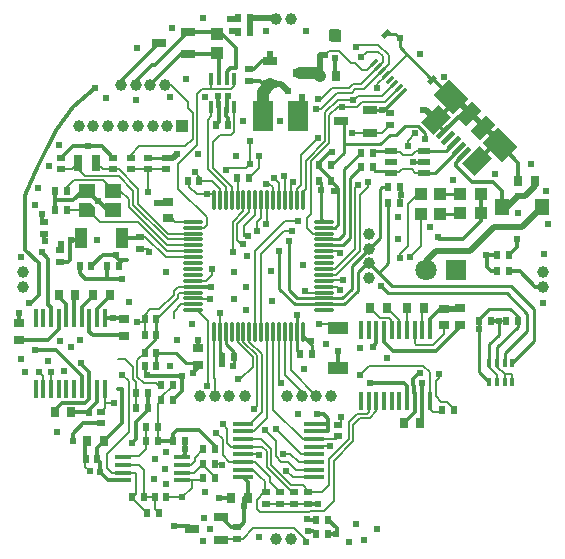
<source format=gtl>
%TF.GenerationSoftware,KiCad,Pcbnew,9.0.4*%
%TF.CreationDate,2026-01-16T02:39:09-08:00*%
%TF.ProjectId,u_anemometer,755f616e-656d-46f6-9d65-7465722e6b69,rev?*%
%TF.SameCoordinates,Original*%
%TF.FileFunction,Copper,L1,Top*%
%TF.FilePolarity,Positive*%
%FSLAX46Y46*%
G04 Gerber Fmt 4.6, Leading zero omitted, Abs format (unit mm)*
G04 Created by KiCad (PCBNEW 9.0.4) date 2026-01-16 02:39:09*
%MOMM*%
%LPD*%
G01*
G04 APERTURE LIST*
G04 Aperture macros list*
%AMRotRect*
0 Rectangle, with rotation*
0 The origin of the aperture is its center*
0 $1 length*
0 $2 width*
0 $3 Rotation angle, in degrees counterclockwise*
0 Add horizontal line*
21,1,$1,$2,0,0,$3*%
%AMFreePoly0*
4,1,6,0.700000,0.196000,0.700000,-0.575000,-0.700000,-0.575000,-0.700000,0.575000,0.338000,0.575000,0.700000,0.196000,0.700000,0.196000,$1*%
G04 Aperture macros list end*
%TA.AperFunction,SMDPad,CuDef*%
%ADD10R,0.500000X0.800000*%
%TD*%
%TA.AperFunction,SMDPad,CuDef*%
%ADD11R,0.800000X0.500000*%
%TD*%
%TA.AperFunction,SMDPad,CuDef*%
%ADD12R,0.800000X0.900000*%
%TD*%
%TA.AperFunction,SMDPad,CuDef*%
%ADD13R,1.800000X2.600000*%
%TD*%
%TA.AperFunction,SMDPad,CuDef*%
%ADD14R,0.900000X0.800000*%
%TD*%
%TA.AperFunction,ComponentPad*%
%ADD15C,1.000000*%
%TD*%
%TA.AperFunction,SMDPad,CuDef*%
%ADD16R,1.250000X0.700000*%
%TD*%
%TA.AperFunction,SMDPad,CuDef*%
%ADD17R,1.000000X0.550000*%
%TD*%
%TA.AperFunction,SMDPad,CuDef*%
%ADD18R,1.200000X1.400000*%
%TD*%
%TA.AperFunction,SMDPad,CuDef*%
%ADD19RotRect,0.800000X0.400000X225.000000*%
%TD*%
%TA.AperFunction,SMDPad,CuDef*%
%ADD20RotRect,0.800000X0.300000X225.000000*%
%TD*%
%TA.AperFunction,SMDPad,CuDef*%
%ADD21R,1.092000X0.990500*%
%TD*%
%TA.AperFunction,SMDPad,CuDef*%
%ADD22R,1.100000X1.000000*%
%TD*%
%TA.AperFunction,SMDPad,CuDef*%
%ADD23R,1.000000X1.100000*%
%TD*%
%TA.AperFunction,ComponentPad*%
%ADD24R,1.000000X1.000000*%
%TD*%
%TA.AperFunction,SMDPad,CuDef*%
%ADD25R,1.700000X1.000000*%
%TD*%
%TA.AperFunction,SMDPad,CuDef*%
%ADD26R,0.400000X1.060000*%
%TD*%
%TA.AperFunction,SMDPad,CuDef*%
%ADD27O,0.280000X1.800000*%
%TD*%
%TA.AperFunction,SMDPad,CuDef*%
%ADD28O,1.800000X0.280000*%
%TD*%
%TA.AperFunction,SMDPad,CuDef*%
%ADD29R,0.400000X1.493500*%
%TD*%
%TA.AperFunction,SMDPad,CuDef*%
%ADD30R,1.803500X0.406500*%
%TD*%
%TA.AperFunction,SMDPad,CuDef*%
%ADD31R,1.397000X0.406500*%
%TD*%
%TA.AperFunction,SMDPad,CuDef*%
%ADD32R,0.350500X0.700000*%
%TD*%
%TA.AperFunction,SMDPad,CuDef*%
%ADD33RotRect,1.900000X2.375000X225.000000*%
%TD*%
%TA.AperFunction,SMDPad,CuDef*%
%ADD34RotRect,2.100000X1.475000X225.000000*%
%TD*%
%TA.AperFunction,SMDPad,CuDef*%
%ADD35RotRect,1.900000X1.175000X225.000000*%
%TD*%
%TA.AperFunction,SMDPad,CuDef*%
%ADD36RotRect,1.380000X0.450000X225.000000*%
%TD*%
%TA.AperFunction,SMDPad,CuDef*%
%ADD37R,0.700000X1.400000*%
%TD*%
%TA.AperFunction,SMDPad,CuDef*%
%ADD38R,1.400000X1.150000*%
%TD*%
%TA.AperFunction,SMDPad,CuDef*%
%ADD39FreePoly0,0.000000*%
%TD*%
%TA.AperFunction,SMDPad,CuDef*%
%ADD40R,1.000000X1.700000*%
%TD*%
%TA.AperFunction,ComponentPad*%
%ADD41R,1.800000X1.800000*%
%TD*%
%TA.AperFunction,ComponentPad*%
%ADD42C,1.800000*%
%TD*%
%TA.AperFunction,ViaPad*%
%ADD43C,0.609500*%
%TD*%
%TA.AperFunction,Conductor*%
%ADD44C,0.200000*%
%TD*%
%TA.AperFunction,Conductor*%
%ADD45C,0.150000*%
%TD*%
%TA.AperFunction,Conductor*%
%ADD46C,0.300000*%
%TD*%
%TA.AperFunction,Conductor*%
%ADD47C,0.500000*%
%TD*%
%TA.AperFunction,Conductor*%
%ADD48C,0.250000*%
%TD*%
%TA.AperFunction,Conductor*%
%ADD49C,0.127000*%
%TD*%
%TA.AperFunction,Conductor*%
%ADD50C,0.350000*%
%TD*%
%TA.AperFunction,Conductor*%
%ADD51C,1.000000*%
%TD*%
G04 APERTURE END LIST*
D10*
%TO.P,C1,2,2*%
%TO.N,3.3V*%
X145300000Y-96950000D03*
%TO.P,C1,1,1*%
%TO.N,GND*%
X144300000Y-96950000D03*
%TD*%
%TO.P,C2,2,2*%
%TO.N,Net-(Q1-D)*%
X154050000Y-100350000D03*
%TO.P,C2,1,1*%
%TO.N,GND*%
X153050000Y-100350000D03*
%TD*%
D11*
%TO.P,C3,2,2*%
%TO.N,Net-(U2-PC14{slash}OSC32_IN)*%
X135600000Y-100700000D03*
%TO.P,C3,1,1*%
%TO.N,GND*%
X135600000Y-99700000D03*
%TD*%
D12*
%TO.P,C4,2,2*%
%TO.N,+5V*%
X171300000Y-101700000D03*
%TO.P,C4,1,1*%
%TO.N,GND*%
X169900000Y-101700000D03*
%TD*%
D11*
%TO.P,C5,2,2*%
%TO.N,Net-(U2-PC15{slash}OSC32_OUT)*%
X131200000Y-100700000D03*
%TO.P,C5,1,1*%
%TO.N,GND*%
X131200000Y-99700000D03*
%TD*%
D10*
%TO.P,C6,2,2*%
%TO.N,GND*%
X130700000Y-102550000D03*
%TO.P,C6,1,1*%
%TO.N,Net-(U2-PH0{slash}OSCIN)*%
X131700000Y-102550000D03*
%TD*%
%TO.P,C7,2,2*%
%TO.N,Net-(U2-PH1{slash}OSCOUT)*%
X131700000Y-104100000D03*
%TO.P,C7,1,1*%
%TO.N,GND*%
X130700000Y-104100000D03*
%TD*%
D11*
%TO.P,C8,2,2*%
%TO.N,/1_mcu/RST*%
X137850000Y-106400000D03*
%TO.P,C8,1,1*%
%TO.N,GND*%
X137850000Y-107400000D03*
%TD*%
%TO.P,C9,2,2*%
%TO.N,/1_mcu/ADC_CH3*%
X140075000Y-100700000D03*
%TO.P,C9,1,1*%
%TO.N,GND*%
X140075000Y-99700000D03*
%TD*%
D13*
%TO.P,C12,2,2*%
%TO.N,GND*%
X151251000Y-96200000D03*
%TO.P,C12,1,1*%
%TO.N,3.3V*%
X148249000Y-96200000D03*
%TD*%
D11*
%TO.P,C13,2,2*%
%TO.N,3.3V*%
X147100000Y-93200000D03*
%TO.P,C13,1,1*%
%TO.N,GND*%
X147100000Y-92200000D03*
%TD*%
D12*
%TO.P,C14,2,2*%
%TO.N,GND*%
X154500000Y-92750000D03*
%TO.P,C14,1,1*%
%TO.N,+5V*%
X153100000Y-92750000D03*
%TD*%
D10*
%TO.P,C15,2,2*%
%TO.N,VREF+*%
X139250000Y-113375500D03*
%TO.P,C15,1,1*%
%TO.N,GND*%
X138250000Y-113375500D03*
%TD*%
D14*
%TO.P,C16,2,2*%
%TO.N,3.3V*%
X142800000Y-117250000D03*
%TO.P,C16,1,1*%
%TO.N,GND*%
X142800000Y-115850000D03*
%TD*%
D10*
%TO.P,C17,2,2*%
%TO.N,3.3V*%
X141900000Y-101700000D03*
%TO.P,C17,1,1*%
%TO.N,GND*%
X142900000Y-101700000D03*
%TD*%
%TO.P,C18,2,2*%
%TO.N,3.3V*%
X153050000Y-101650000D03*
%TO.P,C18,1,1*%
%TO.N,GND*%
X154050000Y-101650000D03*
%TD*%
%TO.P,C19,2,2*%
%TO.N,3.3V*%
X152400000Y-116350000D03*
%TO.P,C19,1,1*%
%TO.N,GND*%
X151400000Y-116350000D03*
%TD*%
%TO.P,C21,2,2*%
%TO.N,3.3V*%
X145800000Y-116550000D03*
%TO.P,C21,1,1*%
%TO.N,GND*%
X144800000Y-116550000D03*
%TD*%
%TO.P,C22,2,2*%
%TO.N,VREF+*%
X139250000Y-114750000D03*
%TO.P,C22,1,1*%
%TO.N,GND*%
X138250000Y-114750000D03*
%TD*%
%TO.P,C23,2,2*%
%TO.N,3.3V*%
X139250000Y-117376000D03*
%TO.P,C23,1,1*%
%TO.N,GND*%
X138250000Y-117376000D03*
%TD*%
D12*
%TO.P,C25,2,2*%
%TO.N,Net-(U4-C1\u2212)*%
X133900000Y-111350000D03*
%TO.P,C25,1,1*%
%TO.N,Net-(U4-C1+)*%
X135300000Y-111350000D03*
%TD*%
%TO.P,C27,2,2*%
%TO.N,3.3V*%
X132050000Y-121250000D03*
%TO.P,C27,1,1*%
%TO.N,GND*%
X130650000Y-121250000D03*
%TD*%
D14*
%TO.P,C28,2,2*%
%TO.N,GND*%
X136500000Y-113400000D03*
%TO.P,C28,1,1*%
%TO.N,Net-(U4-V+)*%
X136500000Y-114800000D03*
%TD*%
D12*
%TO.P,C29,2,2*%
%TO.N,Net-(U4-C2\u2212)*%
X131000000Y-111350000D03*
%TO.P,C29,1,1*%
%TO.N,Net-(U4-C2+)*%
X132400000Y-111350000D03*
%TD*%
D14*
%TO.P,C30,2,2*%
%TO.N,Net-(U4-V\u2212)*%
X127600000Y-115100000D03*
%TO.P,C30,1,1*%
%TO.N,GND*%
X127600000Y-113700000D03*
%TD*%
D12*
%TO.P,C31,2,2*%
%TO.N,3.3V*%
X147000000Y-128500000D03*
%TO.P,C31,1,1*%
%TO.N,GND*%
X145600000Y-128500000D03*
%TD*%
D10*
%TO.P,C35,2,2*%
%TO.N,GND*%
X133250000Y-125250000D03*
%TO.P,C35,1,1*%
%TO.N,V_OPA*%
X134250000Y-125250000D03*
%TD*%
D12*
%TO.P,C36,2,2*%
%TO.N,V_OPA*%
X134800000Y-123700000D03*
%TO.P,C36,1,1*%
%TO.N,GND*%
X133400000Y-123700000D03*
%TD*%
%TO.P,C37,2,2*%
%TO.N,Net-(U6-C1\u2212)*%
X160500000Y-112400000D03*
%TO.P,C37,1,1*%
%TO.N,Net-(U6-C1+)*%
X161900000Y-112400000D03*
%TD*%
%TO.P,C38,2,2*%
%TO.N,3.3V*%
X161600000Y-122150000D03*
%TO.P,C38,1,1*%
%TO.N,GND*%
X160200000Y-122150000D03*
%TD*%
D10*
%TO.P,C39,2,2*%
%TO.N,ECHO_OUT*%
X138450000Y-129800000D03*
%TO.P,C39,1,1*%
%TO.N,Net-(U7B-INB-)*%
X139450000Y-129800000D03*
%TD*%
D14*
%TO.P,C41,2,2*%
%TO.N,GND*%
X163600000Y-112500000D03*
%TO.P,C41,1,1*%
%TO.N,Net-(U6-V+)*%
X163600000Y-113900000D03*
%TD*%
D12*
%TO.P,C42,2,2*%
%TO.N,Net-(U6-C2\u2212)*%
X157350000Y-112450000D03*
%TO.P,C42,1,1*%
%TO.N,Net-(U6-C2+)*%
X158750000Y-112450000D03*
%TD*%
D14*
%TO.P,C43,2,2*%
%TO.N,Net-(U6-V\u2212)*%
X164950000Y-113850000D03*
%TO.P,C43,1,1*%
%TO.N,GND*%
X164950000Y-112450000D03*
%TD*%
D10*
%TO.P,C45,2,2*%
%TO.N,VGND*%
X140650000Y-123650000D03*
%TO.P,C45,1,1*%
%TO.N,GND*%
X141650000Y-123650000D03*
%TD*%
%TO.P,C47,2,2*%
%TO.N,GND*%
X167550000Y-113550000D03*
%TO.P,C47,1,1*%
%TO.N,3.3V*%
X166550000Y-113550000D03*
%TD*%
%TO.P,C50,2,2*%
%TO.N,GND*%
X168850000Y-113550000D03*
%TO.P,C50,1,1*%
%TO.N,3.3V*%
X169850000Y-113550000D03*
%TD*%
D15*
%TO.P,CAN1,4,4*%
%TO.N,GND*%
X136225500Y-93550000D03*
%TO.P,CAN1,3,3*%
%TO.N,Net-(U1-CANL)*%
X137516000Y-93550000D03*
%TO.P,CAN1,2,2*%
%TO.N,Net-(U1-CANH)*%
X138725000Y-93550000D03*
%TO.P,CAN1,1,1*%
%TO.N,+5V*%
X139974500Y-93550000D03*
%TD*%
D16*
%TO.P,D1,3,C*%
%TO.N,GND*%
X139450500Y-90000000D03*
%TO.P,D1,2,A*%
%TO.N,Net-(U1-CANL)*%
X141949500Y-89050000D03*
%TO.P,D1,1,A*%
%TO.N,Net-(U1-CANH)*%
X141949500Y-90950000D03*
%TD*%
D17*
%TO.P,D2,6,6*%
%TO.N,Net-(USB1-Data-)*%
X159150000Y-101000000D03*
%TO.P,D2,5,5*%
%TO.N,unconnected-(D2-Pad5)*%
X159150000Y-100050000D03*
%TO.P,D2,4,4*%
%TO.N,Net-(USB1-Data+)*%
X159150000Y-99100000D03*
%TO.P,D2,3,3*%
X161950000Y-99100000D03*
%TO.P,D2,2,2*%
%TO.N,GND*%
X161950000Y-100050000D03*
%TO.P,D2,1,1*%
%TO.N,Net-(USB1-Data-)*%
X161950000Y-101000000D03*
%TD*%
D18*
%TO.P,D3,2,+*%
%TO.N,Net-(D3-+)*%
X171900000Y-103900000D03*
%TO.P,D3,1,-*%
%TO.N,+5V*%
X168500000Y-103900000D03*
%TD*%
D19*
%TO.P,DEBUG1,MP2,MP2*%
%TO.N,GND*%
X162590559Y-93098528D03*
%TO.P,DEBUG1,MP1,MP1*%
X158701472Y-89209441D03*
D20*
%TO.P,DEBUG1,8,8*%
%TO.N,3.3V*%
X160115685Y-94159188D03*
%TO.P,DEBUG1,7,7*%
%TO.N,/1_mcu/SWDIO*%
X159762132Y-93805635D03*
%TO.P,DEBUG1,6,6*%
%TO.N,/1_mcu/SWCLK*%
X159408579Y-93452082D03*
%TO.P,DEBUG1,5,5*%
%TO.N,unconnected-(DEBUG1-Pad5)*%
X159055025Y-93098528D03*
%TO.P,DEBUG1,4,4*%
%TO.N,GND*%
X158701472Y-92744975D03*
%TO.P,DEBUG1,3,3*%
%TO.N,/1_mcu/USART3_RX*%
X158347918Y-92391421D03*
%TO.P,DEBUG1,2,2*%
%TO.N,/1_mcu/USART3_TX*%
X157994365Y-92037868D03*
%TO.P,DEBUG1,1,1*%
%TO.N,+5V*%
X157640812Y-91684315D03*
%TD*%
D15*
%TO.P,EAST1,2,2*%
%TO.N,Net-(D4-K)*%
X172000000Y-110640000D03*
%TO.P,EAST1,1,1*%
%TO.N,GND*%
X172000000Y-109360000D03*
%TD*%
%TO.P,I2C1,4,4*%
%TO.N,GND*%
X157250000Y-106125500D03*
%TO.P,I2C1,3,3*%
%TO.N,SDA*%
X157250000Y-107416000D03*
%TO.P,I2C1,2,2*%
%TO.N,SCL*%
X157250000Y-108625000D03*
%TO.P,I2C1,1,1*%
%TO.N,3.3V*%
X157250000Y-109874500D03*
%TD*%
D21*
%TO.P,LED1,2,C*%
%TO.N,GND*%
X166701000Y-104400000D03*
%TO.P,LED1,1,A*%
%TO.N,Net-(LED1-A)*%
X164999000Y-104400000D03*
%TD*%
%TO.P,LED2,2,K*%
%TO.N,GND*%
X166701000Y-102800000D03*
%TO.P,LED2,1,A*%
%TO.N,Net-(LED2-A)*%
X164999000Y-102800000D03*
%TD*%
D15*
%TO.P,NORTH1,2,2*%
%TO.N,Net-(D16-K)*%
X149360000Y-132000000D03*
%TO.P,NORTH1,1,1*%
%TO.N,GND*%
X150640000Y-132000000D03*
%TD*%
D16*
%TO.P,Q1,3,D*%
%TO.N,Net-(Q1-D)*%
X154875500Y-96625000D03*
%TO.P,Q1,2,S*%
%TO.N,3.3V*%
X157374500Y-95675000D03*
%TO.P,Q1,1,G*%
%TO.N,Net-(Q1-G)*%
X157374500Y-97575000D03*
%TD*%
%TO.P,Q2,3,D*%
%TO.N,V_OPA*%
X142250500Y-131100000D03*
%TO.P,Q2,2,S*%
%TO.N,3.3V*%
X144749500Y-130150000D03*
%TO.P,Q2,1,G*%
%TO.N,Net-(Q2-G)*%
X144749500Y-132050000D03*
%TD*%
D22*
%TO.P,R1,2,2*%
%TO.N,Net-(U1-CANH)*%
X144350000Y-90800000D03*
%TO.P,R1,1,1*%
%TO.N,Net-(U1-CANL)*%
X144350000Y-89200000D03*
%TD*%
D10*
%TO.P,R2,2,2*%
%TO.N,GND*%
X147100000Y-101400000D03*
%TO.P,R2,1,1*%
%TO.N,Net-(U2-BOOT0)*%
X146100000Y-101400000D03*
%TD*%
D11*
%TO.P,R3,2,2*%
%TO.N,Net-(Q1-G)*%
X159000000Y-96950000D03*
%TO.P,R3,1,1*%
%TO.N,3.3V*%
X159000000Y-95950000D03*
%TD*%
D10*
%TO.P,R4,2,2*%
%TO.N,Net-(USB1-Data-)*%
X157550000Y-100500000D03*
%TO.P,R4,1,1*%
%TO.N,/1_mcu/USB_DM*%
X156550000Y-100500000D03*
%TD*%
%TO.P,R5,2,2*%
%TO.N,Net-(USB1-Data+)*%
X157550000Y-99300000D03*
%TO.P,R5,1,1*%
%TO.N,/1_mcu/USB_DP*%
X156550000Y-99300000D03*
%TD*%
D23*
%TO.P,R6,2,2*%
%TO.N,Net-(U2-PC6)*%
X161650000Y-104450000D03*
%TO.P,R6,1,1*%
%TO.N,Net-(LED1-A)*%
X163250000Y-104450000D03*
%TD*%
%TO.P,R7,2,2*%
%TO.N,Net-(U2-PC7)*%
X161650000Y-102750000D03*
%TO.P,R7,1,1*%
%TO.N,Net-(LED2-A)*%
X163250000Y-102750000D03*
%TD*%
D11*
%TO.P,R8,2,2*%
%TO.N,+5V*%
X137100000Y-99700000D03*
%TO.P,R8,1,1*%
%TO.N,/1_mcu/ADC_CH3*%
X137100000Y-100700000D03*
%TD*%
%TO.P,R9,2,2*%
%TO.N,/1_mcu/ADC_CH3*%
X138576000Y-100699000D03*
%TO.P,R9,1,1*%
%TO.N,GND*%
X138576000Y-99699000D03*
%TD*%
D10*
%TO.P,R10,2,2*%
%TO.N,3.3V*%
X139249500Y-116251500D03*
%TO.P,R10,1,1*%
%TO.N,VREF+*%
X138249500Y-116251500D03*
%TD*%
D11*
%TO.P,R11,2,2*%
%TO.N,3.3V*%
X146100000Y-130950000D03*
%TO.P,R11,1,1*%
%TO.N,Net-(Q2-G)*%
X146100000Y-131950000D03*
%TD*%
D10*
%TO.P,R13,2,2*%
%TO.N,Net-(D4-K)*%
X169100000Y-109300000D03*
%TO.P,R13,1,1*%
%TO.N,GND*%
X168100000Y-109300000D03*
%TD*%
%TO.P,R14,2,2*%
%TO.N,Net-(D4-A)*%
X169100000Y-107950000D03*
%TO.P,R14,1,1*%
%TO.N,GND*%
X168100000Y-107950000D03*
%TD*%
D11*
%TO.P,R15,2,2*%
%TO.N,PWR_DRV0*%
X134600000Y-121200000D03*
%TO.P,R15,1,1*%
%TO.N,GND*%
X134600000Y-122200000D03*
%TD*%
%TO.P,R17,2,2*%
%TO.N,GND*%
X150900000Y-129050000D03*
%TO.P,R17,1,1*%
%TO.N,/2_anemometer/SOUTH_OUT*%
X150900000Y-128050000D03*
%TD*%
%TO.P,R18,2,2*%
%TO.N,GND*%
X149700000Y-129050000D03*
%TO.P,R18,1,1*%
%TO.N,/2_anemometer/WEST_OUT*%
X149700000Y-128050000D03*
%TD*%
%TO.P,R19,2,2*%
%TO.N,GND*%
X148500000Y-129050000D03*
%TO.P,R19,1,1*%
%TO.N,/2_anemometer/NORTH_OUT*%
X148500000Y-128050000D03*
%TD*%
%TO.P,R20,2,2*%
%TO.N,GND*%
X152100000Y-129050000D03*
%TO.P,R20,1,1*%
%TO.N,/2_anemometer/EAST_OUT*%
X152100000Y-128050000D03*
%TD*%
D10*
%TO.P,R22,2,2*%
%TO.N,Net-(D8-K)*%
X146150000Y-89100000D03*
%TO.P,R22,1,1*%
%TO.N,GND*%
X147150000Y-89100000D03*
%TD*%
%TO.P,R23,2,2*%
%TO.N,Net-(D8-A)*%
X146150000Y-87900000D03*
%TO.P,R23,1,1*%
%TO.N,GND*%
X147150000Y-87900000D03*
%TD*%
%TO.P,R24,2,2*%
%TO.N,Net-(U5-Y)*%
X144200000Y-125600000D03*
%TO.P,R24,1,1*%
%TO.N,Net-(U7A-INA-)*%
X143200000Y-125600000D03*
%TD*%
%TO.P,R25,2,2*%
%TO.N,GND*%
X164450000Y-121100000D03*
%TO.P,R25,1,1*%
%TO.N,PWR_DRV1*%
X163450000Y-121100000D03*
%TD*%
D11*
%TO.P,R27,2,2*%
%TO.N,Net-(D12-K)*%
X131050000Y-107550000D03*
%TO.P,R27,1,1*%
%TO.N,GND*%
X131050000Y-108550000D03*
%TD*%
%TO.P,R28,2,2*%
%TO.N,Net-(D12-A)*%
X129750000Y-105150000D03*
%TO.P,R28,1,1*%
%TO.N,GND*%
X129750000Y-106150000D03*
%TD*%
D10*
%TO.P,R29,2,2*%
%TO.N,Net-(U7A-INA-)*%
X144200000Y-126800000D03*
%TO.P,R29,1,1*%
%TO.N,Net-(U7A-OUTA)*%
X143200000Y-126800000D03*
%TD*%
%TO.P,R30,2,2*%
%TO.N,ECHO_OUT*%
X137200000Y-128450000D03*
%TO.P,R30,1,1*%
%TO.N,Net-(U7B-INB-)*%
X138200000Y-128450000D03*
%TD*%
%TO.P,R31,2,2*%
%TO.N,Net-(U7A-OUTA)*%
X140100000Y-128450000D03*
%TO.P,R31,1,1*%
%TO.N,Net-(U7B-INB-)*%
X139100000Y-128450000D03*
%TD*%
%TO.P,R32,2,2*%
%TO.N,Net-(U7A-INA+)*%
X143200000Y-124400000D03*
%TO.P,R32,1,1*%
%TO.N,VGND*%
X144200000Y-124400000D03*
%TD*%
%TO.P,R33,2,2*%
%TO.N,VGND*%
X139350000Y-122500000D03*
%TO.P,R33,1,1*%
%TO.N,Net-(U7B-INB+)*%
X138350000Y-122500000D03*
%TD*%
%TO.P,R34,2,2*%
%TO.N,Net-(U7B-INB+)*%
X138350000Y-123650000D03*
%TO.P,R34,1,1*%
%TO.N,VGND*%
X139350000Y-123650000D03*
%TD*%
%TO.P,R35,2,2*%
%TO.N,VREF+*%
X139650000Y-118950000D03*
%TO.P,R35,1,1*%
%TO.N,VGND*%
X140650000Y-118950000D03*
%TD*%
%TO.P,R37,2,2*%
%TO.N,Net-(D16-K)*%
X152800000Y-131550000D03*
%TO.P,R37,1,1*%
%TO.N,GND*%
X153800000Y-131550000D03*
%TD*%
%TO.P,R38,2,2*%
%TO.N,Net-(D16-A)*%
X152800000Y-130350000D03*
%TO.P,R38,1,1*%
%TO.N,GND*%
X153800000Y-130350000D03*
%TD*%
%TO.P,R39,2,2*%
%TO.N,VGND*%
X139650000Y-120250000D03*
%TO.P,R39,1,1*%
%TO.N,GND*%
X140650000Y-120250000D03*
%TD*%
%TO.P,R40,2,2*%
%TO.N,3.3V*%
X159900000Y-102150000D03*
%TO.P,R40,1,1*%
%TO.N,SDA*%
X158900000Y-102150000D03*
%TD*%
%TO.P,R41,2,2*%
%TO.N,SCL*%
X158900000Y-103550000D03*
%TO.P,R41,1,1*%
%TO.N,3.3V*%
X159900000Y-103550000D03*
%TD*%
D15*
%TO.P,SOUTH1,2,2*%
%TO.N,Net-(D8-K)*%
X150640000Y-88000000D03*
%TO.P,SOUTH1,1,1*%
%TO.N,GND*%
X149360000Y-88000000D03*
%TD*%
%TO.P,SPI1,8,8*%
%TO.N,GND*%
X132675000Y-97000000D03*
%TO.P,SPI1,7,7*%
%TO.N,unconnected-(SPI1-Pad7)*%
X133925000Y-97000000D03*
%TO.P,SPI1,6,6*%
%TO.N,/1_mcu/SPI1_CS1*%
X135175000Y-97000000D03*
%TO.P,SPI1,5,5*%
%TO.N,/1_mcu/SPI1_CS0*%
X136425000Y-97000000D03*
%TO.P,SPI1,4,4*%
%TO.N,/1_mcu/SPI1_MOSI*%
X137675000Y-97000000D03*
%TO.P,SPI1,3,3*%
%TO.N,/1_mcu/SPI1_MISO*%
X138925000Y-97000000D03*
%TO.P,SPI1,2,2*%
%TO.N,/1_mcu/SPI1_SCK*%
X140175000Y-97000000D03*
D24*
%TO.P,SPI1,1,1*%
%TO.N,3.3V*%
X141425000Y-97000000D03*
%TD*%
D25*
%TO.P,SW1,2,2*%
%TO.N,Net-(U2-PB15)*%
X154650000Y-114150000D03*
%TO.P,SW1,1,1*%
%TO.N,GND*%
X154650000Y-117550000D03*
%TD*%
D26*
%TO.P,U1,8,S*%
%TO.N,Net-(U1-S)*%
X143895000Y-93050000D03*
%TO.P,U1,7,CANH*%
%TO.N,Net-(U1-CANH)*%
X144545000Y-93050000D03*
%TO.P,U1,6,CANL*%
%TO.N,Net-(U1-CANL)*%
X145205000Y-93050000D03*
%TO.P,U1,5,SHDN*%
%TO.N,Net-(U1-S)*%
X145855000Y-93050000D03*
%TO.P,U1,4,RXD*%
%TO.N,/1_mcu/CAN_RX*%
X145855000Y-95450000D03*
%TO.P,U1,3,VCC*%
%TO.N,3.3V*%
X145205000Y-95450000D03*
%TO.P,U1,2,GND*%
%TO.N,GND*%
X144545000Y-95450000D03*
%TO.P,U1,1,TXD*%
%TO.N,/1_mcu/CAN_TX*%
X143895000Y-95450000D03*
%TD*%
D27*
%TO.P,U2,64,VDD*%
%TO.N,3.3V*%
X144125000Y-103325000D03*
%TO.P,U2,63,VSS*%
%TO.N,GND*%
X144625000Y-103325000D03*
%TO.P,U2,62,PB9*%
%TO.N,/1_mcu/CAN_TX*%
X145125000Y-103325000D03*
%TO.P,U2,61,PB8*%
%TO.N,/1_mcu/CAN_RX*%
X145625000Y-103325000D03*
%TO.P,U2,60,BOOT0*%
%TO.N,Net-(U2-BOOT0)*%
X146125000Y-103325000D03*
%TO.P,U2,59,PB7*%
%TO.N,/1_mcu/SPI1_CS1*%
X146625000Y-103325000D03*
%TO.P,U2,58,PB6*%
%TO.N,/1_mcu/SPI1_CS0*%
X147125000Y-103325000D03*
%TO.P,U2,57,PB5*%
%TO.N,/1_mcu/SPI1_MOSI*%
X147625000Y-103325000D03*
%TO.P,U2,56,PB4*%
%TO.N,/1_mcu/SPI1_MISO*%
X148125000Y-103325000D03*
%TO.P,U2,55,PB3*%
%TO.N,/1_mcu/SPI1_SCK*%
X148625000Y-103325000D03*
%TO.P,U2,54,PD2*%
%TO.N,/1_mcu/SDMMC1_CMD*%
X149125000Y-103325000D03*
%TO.P,U2,53,PC12*%
%TO.N,/1_mcu/SDMMC1_CK*%
X149625000Y-103325000D03*
%TO.P,U2,52,PC11*%
%TO.N,/1_mcu/SDMMC1_D3*%
X150125000Y-103325000D03*
%TO.P,U2,51,PC10*%
%TO.N,/1_mcu/SDMMC1_D2*%
X150625000Y-103325000D03*
%TO.P,U2,50,PA15*%
%TO.N,Net-(Q1-G)*%
X151125000Y-103325000D03*
%TO.P,U2,49,PA14*%
%TO.N,/1_mcu/SWCLK*%
X151625000Y-103325000D03*
D28*
%TO.P,U2,48,VDDUSB*%
%TO.N,3.3V*%
X153425000Y-105125000D03*
%TO.P,U2,47,VSS*%
%TO.N,GND*%
X153425000Y-105625000D03*
%TO.P,U2,46,PA13*%
%TO.N,/1_mcu/SWDIO*%
X153425000Y-106125000D03*
%TO.P,U2,45,PA12*%
%TO.N,/1_mcu/USB_DP*%
X153425000Y-106625000D03*
%TO.P,U2,44,PA11*%
%TO.N,/1_mcu/USB_DM*%
X153425000Y-107125000D03*
%TO.P,U2,43,PA10*%
%TO.N,Net-(SD1-SH3)*%
X153425000Y-107625000D03*
%TO.P,U2,42,PA9*%
%TO.N,unconnected-(U2-PA9-Pad42)*%
X153425000Y-108125000D03*
%TO.P,U2,41,PA8*%
%TO.N,unconnected-(U2-PA8-Pad41)*%
X153425000Y-108625000D03*
%TO.P,U2,40,PC9*%
%TO.N,/1_mcu/SDMMC1_D1*%
X153425000Y-109125000D03*
%TO.P,U2,39,PC8*%
%TO.N,/1_mcu/SDMMC1_D0*%
X153425000Y-109625000D03*
%TO.P,U2,38,PC7*%
%TO.N,Net-(U2-PC7)*%
X153425000Y-110125000D03*
%TO.P,U2,37,PC6*%
%TO.N,Net-(U2-PC6)*%
X153425000Y-110625000D03*
%TO.P,U2,36,PB15*%
%TO.N,Net-(U2-PB15)*%
X153425000Y-111125000D03*
%TO.P,U2,35,PB14*%
%TO.N,SDA*%
X153425000Y-111625000D03*
%TO.P,U2,34,PB13*%
%TO.N,SCL*%
X153425000Y-112125000D03*
%TO.P,U2,33,PB12*%
%TO.N,AS3935_INT*%
X153425000Y-112625000D03*
D27*
%TO.P,U2,32,VDD*%
%TO.N,3.3V*%
X151625000Y-114425000D03*
%TO.P,U2,31,VSS*%
%TO.N,GND*%
X151125000Y-114425000D03*
%TO.P,U2,30,PB11*%
%TO.N,/1_mcu/USART1_TX*%
X150625000Y-114425000D03*
%TO.P,U2,29,PB10*%
%TO.N,/1_mcu/USART1_RX*%
X150125000Y-114425000D03*
%TO.P,U2,28,PB2*%
%TO.N,PWR_DRV1*%
X149625000Y-114425000D03*
%TO.P,U2,27,PB1*%
%TO.N,PWR_ON*%
X149125000Y-114425000D03*
%TO.P,U2,26,PB0*%
%TO.N,SWITCH_A*%
X148625000Y-114425000D03*
%TO.P,U2,25,PC5*%
%TO.N,/1_mcu/USART3_RX*%
X148125000Y-114425000D03*
%TO.P,U2,24,PC4*%
%TO.N,/1_mcu/USART3_TX*%
X147625000Y-114425000D03*
%TO.P,U2,23,PA7*%
%TO.N,SWITCH_B*%
X147125000Y-114425000D03*
%TO.P,U2,22,PA6*%
%TO.N,PWM_IN*%
X146625000Y-114425000D03*
%TO.P,U2,21,PA5*%
%TO.N,PWR_DRV0*%
X146125000Y-114425000D03*
%TO.P,U2,20,PA4*%
%TO.N,unconnected-(U2-PA4-Pad20)*%
X145625000Y-114425000D03*
%TO.P,U2,19,VDD*%
%TO.N,3.3V*%
X145125000Y-114425000D03*
%TO.P,U2,18,VSS*%
%TO.N,GND*%
X144625000Y-114425000D03*
%TO.P,U2,17,PA3*%
%TO.N,/1_mcu/USART2_RX*%
X144125000Y-114425000D03*
D28*
%TO.P,U2,16,PA2*%
%TO.N,/1_mcu/USART2_TX*%
X142325000Y-112625000D03*
%TO.P,U2,15,PA1*%
%TO.N,unconnected-(U2-PA1-Pad15)*%
X142325000Y-112125000D03*
%TO.P,U2,14,PA0*%
%TO.N,ECHO_OUT*%
X142325000Y-111625000D03*
%TO.P,U2,13,VDDA/VREF+*%
%TO.N,VREF+*%
X142325000Y-111125000D03*
%TO.P,U2,12,VSSA/VREF-*%
%TO.N,GND*%
X142325000Y-110625000D03*
%TO.P,U2,11,PC3*%
%TO.N,/1_mcu/ADC_CH3*%
X142325000Y-110125000D03*
%TO.P,U2,10,PC2*%
%TO.N,unconnected-(U2-PC2-Pad10)*%
X142325000Y-109625000D03*
%TO.P,U2,9,PC1*%
%TO.N,unconnected-(U2-PC1-Pad9)*%
X142325000Y-109125000D03*
%TO.P,U2,8,PC0*%
%TO.N,unconnected-(U2-PC0-Pad8)*%
X142325000Y-108625000D03*
%TO.P,U2,7,NRST*%
%TO.N,/1_mcu/RST*%
X142325000Y-108125000D03*
%TO.P,U2,6,PH1/OSCOUT*%
%TO.N,Net-(U2-PH1{slash}OSCOUT)*%
X142325000Y-107625000D03*
%TO.P,U2,5,PH0/OSCIN*%
%TO.N,Net-(U2-PH0{slash}OSCIN)*%
X142325000Y-107125000D03*
%TO.P,U2,4,PC15/OSC32_OUT*%
%TO.N,Net-(U2-PC15{slash}OSC32_OUT)*%
X142325000Y-106625000D03*
%TO.P,U2,3,PC14/OSC32_IN*%
%TO.N,Net-(U2-PC14{slash}OSC32_IN)*%
X142325000Y-106125000D03*
%TO.P,U2,2,PC13*%
%TO.N,Net-(U1-S)*%
X142325000Y-105625000D03*
%TO.P,U2,1,VBAT*%
%TO.N,VBAT*%
X142325000Y-105125000D03*
%TD*%
D16*
%TO.P,U3,3,Vin*%
%TO.N,+5V*%
X151400000Y-92500000D03*
%TO.P,U3,2,Vout*%
%TO.N,3.3V*%
X148900500Y-93450000D03*
%TO.P,U3,1,GND*%
%TO.N,GND*%
X148900500Y-91550000D03*
%TD*%
D29*
%TO.P,U4,20,#PWRDOWN*%
%TO.N,PWR_DRV0*%
X134875000Y-119301000D03*
%TO.P,U4,19,VCC*%
%TO.N,3.3V*%
X134225000Y-119296000D03*
%TO.P,U4,18,GND*%
%TO.N,GND*%
X133575000Y-119296000D03*
%TO.P,U4,17,DOUT1*%
%TO.N,Net-(U4-DOUT1)*%
X132925000Y-119301000D03*
%TO.P,U4,16,RIN1*%
%TO.N,unconnected-(U4-RIN1-Pad16)*%
X132275000Y-119301000D03*
%TO.P,U4,15,ROUT1*%
%TO.N,unconnected-(U4-ROUT1-Pad15)*%
X131625000Y-119301000D03*
%TO.P,U4,14,NC*%
%TO.N,unconnected-(U4-NC-Pad14)*%
X130975000Y-119301000D03*
%TO.P,U4,13,DIN1*%
%TO.N,/2_anemometer/SOUTH_OUT*%
X130325000Y-119301000D03*
%TO.P,U4,12,DIN2*%
%TO.N,/2_anemometer/WEST_OUT*%
X129675000Y-119301000D03*
%TO.P,U4,11,NC*%
%TO.N,unconnected-(U4-NC-Pad11)*%
X129025000Y-119301000D03*
%TO.P,U4,10,ROUT2*%
%TO.N,unconnected-(U4-ROUT2-Pad10)*%
X129025000Y-113299000D03*
%TO.P,U4,9,RIN2*%
%TO.N,unconnected-(U4-RIN2-Pad9)*%
X129675500Y-113299000D03*
%TO.P,U4,8,DOUT2*%
%TO.N,Net-(U4-DOUT2)*%
X130325500Y-113299000D03*
%TO.P,U4,7,V\u2212*%
%TO.N,Net-(U4-V\u2212)*%
X130975500Y-113299000D03*
%TO.P,U4,6,C2\u2212*%
%TO.N,Net-(U4-C2\u2212)*%
X131626500Y-113299000D03*
%TO.P,U4,5,C2+*%
%TO.N,Net-(U4-C2+)*%
X132275000Y-113299000D03*
%TO.P,U4,4,C1\u2212*%
%TO.N,Net-(U4-C1\u2212)*%
X132925000Y-113299000D03*
%TO.P,U4,3,V+*%
%TO.N,Net-(U4-V+)*%
X133575000Y-113299000D03*
%TO.P,U4,2,C1+*%
%TO.N,Net-(U4-C1+)*%
X134225000Y-113299000D03*
%TO.P,U4,1,#EN*%
%TO.N,GND*%
X134875000Y-113299000D03*
%TD*%
D30*
%TO.P,U5,16,V+*%
%TO.N,3.3V*%
X146600000Y-126775000D03*
%TO.P,U5,15,X2*%
%TO.N,/2_anemometer/NORTH_OUT*%
X146600000Y-126125000D03*
%TO.P,U5,14,X1*%
%TO.N,/2_anemometer/WEST_OUT*%
X146600000Y-125475000D03*
%TO.P,U5,13,X*%
%TO.N,PWM_IN*%
X146600000Y-124825000D03*
%TO.P,U5,12,X0*%
%TO.N,/2_anemometer/SOUTH_OUT*%
X146600000Y-124175000D03*
%TO.P,U5,11,X3*%
%TO.N,/2_anemometer/EAST_OUT*%
X146600000Y-123525000D03*
%TO.P,U5,10,A*%
%TO.N,SWITCH_A*%
X146600000Y-122875000D03*
%TO.P,U5,9,B*%
%TO.N,SWITCH_B*%
X146600000Y-122225000D03*
%TO.P,U5,8,GND*%
%TO.N,GND*%
X152600000Y-122225000D03*
%TO.P,U5,7,GND*%
X152600000Y-122875000D03*
%TO.P,U5,6,EN*%
%TO.N,PWR_ON*%
X152600000Y-123525000D03*
%TO.P,U5,5,Y1*%
%TO.N,/2_anemometer/EAST_IN*%
X152600000Y-124175000D03*
%TO.P,U5,4,Y3*%
%TO.N,/2_anemometer/WEST_IN*%
X152600000Y-124825000D03*
%TO.P,U5,3,Y*%
%TO.N,Net-(U5-Y)*%
X152600000Y-125475000D03*
%TO.P,U5,2,Y2*%
%TO.N,/2_anemometer/SOUTH_IN*%
X152600000Y-126125000D03*
%TO.P,U5,1,Y0*%
%TO.N,/2_anemometer/NORTH_IN*%
X152600000Y-126775000D03*
%TD*%
D29*
%TO.P,U6,20,#PWRDOWN*%
%TO.N,PWR_DRV1*%
X162425000Y-120301000D03*
%TO.P,U6,19,VCC*%
%TO.N,3.3V*%
X161775000Y-120296000D03*
%TO.P,U6,18,GND*%
%TO.N,GND*%
X161125000Y-120296000D03*
%TO.P,U6,17,DOUT1*%
%TO.N,Net-(U6-DOUT1)*%
X160475000Y-120301000D03*
%TO.P,U6,16,RIN1*%
%TO.N,unconnected-(U6-RIN1-Pad16)*%
X159825000Y-120301000D03*
%TO.P,U6,15,ROUT1*%
%TO.N,unconnected-(U6-ROUT1-Pad15)*%
X159175000Y-120301000D03*
%TO.P,U6,14,NC*%
%TO.N,unconnected-(U6-NC-Pad14)*%
X158525000Y-120301000D03*
%TO.P,U6,13,DIN1*%
%TO.N,/2_anemometer/NORTH_OUT*%
X157875000Y-120301000D03*
%TO.P,U6,12,DIN2*%
%TO.N,/2_anemometer/EAST_OUT*%
X157225000Y-120301000D03*
%TO.P,U6,11,NC*%
%TO.N,unconnected-(U6-NC-Pad11)*%
X156575000Y-120301000D03*
%TO.P,U6,10,ROUT2*%
%TO.N,unconnected-(U6-ROUT2-Pad10)*%
X156575000Y-114299000D03*
%TO.P,U6,9,RIN2*%
%TO.N,unconnected-(U6-RIN2-Pad9)*%
X157225500Y-114299000D03*
%TO.P,U6,8,DOUT2*%
%TO.N,Net-(U6-DOUT2)*%
X157875500Y-114299000D03*
%TO.P,U6,7,V\u2212*%
%TO.N,Net-(U6-V\u2212)*%
X158525500Y-114299000D03*
%TO.P,U6,6,C2\u2212*%
%TO.N,Net-(U6-C2\u2212)*%
X159176500Y-114299000D03*
%TO.P,U6,5,C2+*%
%TO.N,Net-(U6-C2+)*%
X159825000Y-114299000D03*
%TO.P,U6,4,C1\u2212*%
%TO.N,Net-(U6-C1\u2212)*%
X160475000Y-114299000D03*
%TO.P,U6,3,V+*%
%TO.N,Net-(U6-V+)*%
X161125000Y-114299000D03*
%TO.P,U6,2,C1+*%
%TO.N,Net-(U6-C1+)*%
X161775000Y-114299000D03*
%TO.P,U6,1,#EN*%
%TO.N,GND*%
X162425000Y-114299000D03*
%TD*%
D31*
%TO.P,U7,8,+VS*%
%TO.N,V_OPA*%
X136398000Y-127025000D03*
%TO.P,U7,7,OUTB*%
%TO.N,ECHO_OUT*%
X136398000Y-126375000D03*
%TO.P,U7,6,INB-*%
%TO.N,Net-(U7B-INB-)*%
X136398000Y-125725000D03*
%TO.P,U7,5,INB+*%
%TO.N,Net-(U7B-INB+)*%
X136398000Y-125075000D03*
%TO.P,U7,4,-VS*%
%TO.N,GND*%
X141402000Y-125075000D03*
%TO.P,U7,3,INA+*%
%TO.N,Net-(U7A-INA+)*%
X141402000Y-125725000D03*
%TO.P,U7,2,INA-*%
%TO.N,Net-(U7A-INA-)*%
X141402000Y-126375000D03*
%TO.P,U7,1,OUTA*%
%TO.N,Net-(U7A-OUTA)*%
X141402000Y-127025000D03*
%TD*%
D32*
%TO.P,U8,8,VDD*%
%TO.N,3.3V*%
X167434000Y-118711000D03*
%TO.P,U8,7,GND*%
%TO.N,GND*%
X168084500Y-118711000D03*
%TO.P,U8,6,VDDIO*%
%TO.N,3.3V*%
X168744500Y-118711000D03*
%TO.P,U8,5,SDO*%
X169395000Y-118711000D03*
%TO.P,U8,4,SCK*%
%TO.N,SCL*%
X169395000Y-117111000D03*
%TO.P,U8,3,SDI*%
%TO.N,SDA*%
X168744500Y-117111000D03*
%TO.P,U8,2,CSB*%
%TO.N,3.3V*%
X168084500Y-117111000D03*
%TO.P,U8,1,GND*%
%TO.N,GND*%
X167434000Y-117111000D03*
%TD*%
D15*
%TO.P,UART1,4,4*%
%TO.N,GND*%
X154074500Y-119850000D03*
%TO.P,UART1,3,3*%
%TO.N,/1_mcu/USART1_TX*%
X152784000Y-119850000D03*
%TO.P,UART1,2,2*%
%TO.N,/1_mcu/USART1_RX*%
X151575000Y-119850000D03*
%TO.P,UART1,1,1*%
%TO.N,3.3V*%
X150325500Y-119850000D03*
%TD*%
%TO.P,UART2,4,4*%
%TO.N,GND*%
X146724500Y-119900000D03*
%TO.P,UART2,3,3*%
%TO.N,/1_mcu/USART2_TX*%
X145434000Y-119900000D03*
%TO.P,UART2,2,2*%
%TO.N,/1_mcu/USART2_RX*%
X144225000Y-119900000D03*
%TO.P,UART2,1,1*%
%TO.N,3.3V*%
X142975500Y-119900000D03*
%TD*%
D33*
%TO.P,USB1,6*%
%TO.N,GND*%
X164232771Y-94551867D03*
D34*
X162922856Y-96494643D03*
D35*
X165696482Y-96015578D03*
X166884422Y-97203518D03*
D34*
X166405357Y-99977144D03*
D33*
X168348133Y-98667229D03*
D36*
%TO.P,USB1,5,GND*%
X163490309Y-97571213D03*
%TO.P,USB1,4,ID*%
%TO.N,unconnected-(USB1-ID-Pad4)*%
X163949929Y-98030833D03*
%TO.P,USB1,3,Data+*%
%TO.N,Net-(USB1-Data+)*%
X164409902Y-98490098D03*
%TO.P,USB1,2,Data-*%
%TO.N,Net-(USB1-Data-)*%
X164869167Y-98950071D03*
%TO.P,USB1,1,VBUS*%
%TO.N,+5V*%
X165329140Y-99409337D03*
%TD*%
D15*
%TO.P,WEST1,2,2*%
%TO.N,Net-(D12-K)*%
X128000000Y-109410000D03*
%TO.P,WEST1,1,1*%
%TO.N,GND*%
X128000000Y-110690000D03*
%TD*%
D37*
%TO.P,X1,2,2*%
%TO.N,Net-(U2-PC14{slash}OSC32_IN)*%
X134150000Y-100150000D03*
%TO.P,X1,1,1*%
%TO.N,Net-(U2-PC15{slash}OSC32_OUT)*%
X132650000Y-100150000D03*
%TD*%
D38*
%TO.P,X2,4,GND*%
%TO.N,GND*%
X133400000Y-102500000D03*
%TO.P,X2,3,OSC2*%
%TO.N,Net-(U2-PH0{slash}OSCIN)*%
X135600000Y-102500000D03*
%TO.P,X2,2,GND*%
%TO.N,GND*%
X135600000Y-104100000D03*
D39*
%TO.P,X2,1,OSC1*%
%TO.N,Net-(U2-PH1{slash}OSCOUT)*%
X133400000Y-104100000D03*
%TD*%
D10*
%TO.P,R44,1*%
%TO.N,GND*%
X138500000Y-119650000D03*
%TO.P,R44,2*%
%TO.N,RAIN_SENS*%
X137500000Y-119650000D03*
%TD*%
%TO.P,C10,1*%
%TO.N,GND*%
X132750000Y-108900000D03*
%TO.P,C10,2*%
%TO.N,3.3V*%
X133750000Y-108900000D03*
%TD*%
D14*
%TO.P,VBAT,1*%
%TO.N,GND*%
X140250000Y-103450000D03*
%TO.P,VBAT,2*%
%TO.N,VBAT*%
X140250000Y-104850000D03*
%TD*%
D40*
%TO.P,RST1,1,1*%
%TO.N,GND*%
X132900000Y-106500000D03*
%TO.P,RST1,2,2*%
%TO.N,/1_mcu/RST*%
X136300000Y-106500000D03*
%TD*%
D10*
%TO.P,C11,1*%
%TO.N,GND*%
X135050000Y-108900000D03*
%TO.P,C11,2*%
%TO.N,3.3V*%
X136050000Y-108900000D03*
%TD*%
%TO.P,C57,1*%
%TO.N,GND*%
X138500000Y-120900000D03*
%TO.P,C57,2*%
%TO.N,RAIN_SENS*%
X137500000Y-120900000D03*
%TD*%
D41*
%TO.P,BAT1,1,1*%
%TO.N,GND*%
X164620000Y-109200000D03*
D42*
%TO.P,BAT1,2,2*%
%TO.N,Net-(D3-+)*%
X162080000Y-109200000D03*
%TD*%
D11*
%TO.P,R16,2,2*%
%TO.N,Net-(Q2-G)*%
X154650000Y-122300000D03*
%TO.P,R16,1,1*%
%TO.N,PWR_ON*%
X154650000Y-123300000D03*
%TD*%
D43*
%TO.N,Net-(D16-K)*%
X152100000Y-131300000D03*
%TO.N,Net-(D8-K)*%
X145650000Y-88950000D03*
%TO.N,Net-(D12-K)*%
X131200000Y-107000000D03*
%TO.N,/1_mcu/USART2_TX*%
X143550000Y-119050000D03*
%TO.N,/1_mcu/SPI1_SCK*%
X148550000Y-105350000D03*
%TO.N,/1_mcu/SPI1_MISO*%
X147750000Y-105900000D03*
%TO.N,/1_mcu/SPI1_MOSI*%
X147000000Y-106300000D03*
%TO.N,/1_mcu/SPI1_CS0*%
X146550000Y-107000000D03*
%TO.N,/1_mcu/SPI1_CS1*%
X145700000Y-107650000D03*
%TO.N,Net-(U2-PB15)*%
X153000000Y-113800000D03*
X151850000Y-110950000D03*
%TO.N,Net-(D8-A)*%
X145450000Y-87950000D03*
%TO.N,/1_mcu/USART3_RX*%
X150750000Y-105900000D03*
X156150000Y-90350000D03*
X152799000Y-95600500D03*
%TO.N,/1_mcu/USART3_TX*%
X151200000Y-105050000D03*
X156600000Y-91200000D03*
X152950000Y-94750000D03*
%TO.N,Net-(Q2-G)*%
X151950000Y-132250000D03*
X154900000Y-121700000D03*
%TO.N,/2_anemometer/WEST_OUT*%
X129350000Y-117850000D03*
X144300000Y-123000000D03*
%TO.N,/2_anemometer/SOUTH_OUT*%
X130300000Y-117850000D03*
X144850000Y-122250000D03*
%TO.N,Net-(D12-A)*%
X129550000Y-104500000D03*
%TO.N,Net-(U4-DOUT1)*%
X134049000Y-93800000D03*
X128450500Y-111999000D03*
X129000000Y-116000000D03*
%TO.N,/1_mcu/ADC_CH3*%
X143950000Y-109100000D03*
X138500000Y-102650000D03*
%TO.N,Net-(U4-DOUT2)*%
X129550000Y-107700000D03*
%TO.N,Net-(U6-DOUT2)*%
X157600000Y-115700000D03*
%TO.N,Net-(D4-A)*%
X169800000Y-106550000D03*
%TO.N,Net-(U6-DOUT1)*%
X157300000Y-118800000D03*
%TO.N,Net-(D16-A)*%
X152000000Y-130300000D03*
%TO.N,/2_anemometer/EAST_IN*%
X153950000Y-124150000D03*
%TO.N,/2_anemometer/SOUTH_IN*%
X148450000Y-122800000D03*
%TO.N,/2_anemometer/WEST_IN*%
X149400000Y-122700000D03*
%TO.N,/2_anemometer/NORTH_IN*%
X150250000Y-126200000D03*
%TO.N,Net-(U5-Y)*%
X144800000Y-125700000D03*
X150000000Y-124750000D03*
%TO.N,PWM_IN*%
X147950000Y-124850000D03*
X147500000Y-120950000D03*
%TO.N,/1_mcu/SWCLK*%
X155900000Y-94800000D03*
%TO.N,/1_mcu/SWDIO*%
X154950000Y-95400000D03*
%TO.N,Net-(Q1-G)*%
X155800000Y-97650000D03*
X152950000Y-98050000D03*
%TO.N,Net-(Q1-D)*%
X162000000Y-98100000D03*
%TO.N,Net-(U2-PC6)*%
X154800000Y-110900000D03*
X160750000Y-108100000D03*
%TO.N,Net-(U2-PC7)*%
X159900000Y-108200000D03*
X155050000Y-110050000D03*
%TO.N,Net-(SD1-SH3)*%
X154800000Y-107800000D03*
%TO.N,/1_mcu/SDMMC1_D0*%
X157150000Y-101750000D03*
%TO.N,/1_mcu/SDMMC1_D1*%
X156350000Y-102000000D03*
%TO.N,/1_mcu/SDMMC1_CK*%
X161150000Y-97650000D03*
X149200000Y-101400000D03*
X160550000Y-98750000D03*
%TO.N,/1_mcu/SDMMC1_D2*%
X150800000Y-101750000D03*
%TO.N,/1_mcu/SDMMC1_D3*%
X150050000Y-101250000D03*
%TO.N,/1_mcu/SDMMC1_CMD*%
X148550000Y-101900000D03*
%TO.N,U7_1*%
X141450500Y-128450500D03*
%TO.N,GND*%
X140050000Y-124600000D03*
X137550000Y-94800000D03*
X137150000Y-123900000D03*
X128150000Y-117850000D03*
X143750000Y-131100000D03*
X164350000Y-101600000D03*
X140100000Y-109400000D03*
X137600000Y-113600000D03*
X131000000Y-98600000D03*
X138600000Y-107650000D03*
X143200000Y-87900000D03*
X172200000Y-102550000D03*
X162400000Y-105600000D03*
X134350000Y-103400000D03*
X154150000Y-99250000D03*
X154350000Y-91300000D03*
X142800000Y-99400000D03*
X143200000Y-132150000D03*
X161000000Y-100050000D03*
X141000000Y-115100000D03*
X132000000Y-106700000D03*
X149000000Y-111800000D03*
X139300000Y-103500000D03*
X142800000Y-115100000D03*
X130850000Y-122950000D03*
X158750000Y-116650000D03*
X161850000Y-95650000D03*
X171950000Y-112000000D03*
X148500000Y-88950000D03*
X152896250Y-129000000D03*
X146850000Y-112600000D03*
X152850000Y-121399500D03*
X171000000Y-100200000D03*
X167895000Y-101100000D03*
X157950000Y-93800000D03*
X141399500Y-118151000D03*
X140100000Y-127300000D03*
X129250000Y-102250000D03*
X133470000Y-98750000D03*
X132750000Y-115150000D03*
X141750000Y-93050000D03*
X156850000Y-132050000D03*
X140000000Y-126100000D03*
X144600000Y-112850000D03*
X144800000Y-117200000D03*
X130050000Y-116900000D03*
X156150000Y-130700000D03*
X132900000Y-117100000D03*
X167200000Y-107950000D03*
X151550000Y-94600000D03*
X134950000Y-94650000D03*
X169901000Y-104399000D03*
X139100000Y-125250000D03*
X146800000Y-110650000D03*
X143250000Y-130250000D03*
X157950000Y-131100000D03*
X154500000Y-131550000D03*
X154250000Y-102500000D03*
X127650000Y-112850000D03*
X161600000Y-117950000D03*
X136315000Y-109949000D03*
X163100000Y-106450000D03*
X132150000Y-123650000D03*
X144500000Y-94500000D03*
X141699500Y-124346000D03*
X141000000Y-99350000D03*
X172100000Y-107850000D03*
X129000000Y-103700000D03*
X139050000Y-126950000D03*
X140550000Y-88700000D03*
X155550000Y-132250000D03*
X151950000Y-88950000D03*
X142550000Y-100950000D03*
X144550000Y-128550000D03*
X143900000Y-110625000D03*
X151125000Y-113050000D03*
X131050000Y-115250000D03*
X147900000Y-131850000D03*
X164271500Y-112500000D03*
X129800000Y-106800000D03*
X127750000Y-108100000D03*
X159750000Y-104700000D03*
X131400000Y-117800000D03*
X127800000Y-116750000D03*
X161548000Y-90950000D03*
X134250000Y-106700000D03*
X135539000Y-113299000D03*
X138450000Y-118100000D03*
X151700000Y-108800000D03*
X156500000Y-115850000D03*
X140400000Y-117300000D03*
X148850000Y-90900000D03*
X133600000Y-126250000D03*
X136950000Y-111900000D03*
X146950000Y-108050000D03*
X159700000Y-106550000D03*
X132050000Y-115700000D03*
X142300000Y-113750000D03*
X168250000Y-113550000D03*
X145850000Y-109400000D03*
X143350000Y-128050000D03*
X154650000Y-116100000D03*
X137650000Y-90450000D03*
X151750000Y-117600000D03*
X163150000Y-118000000D03*
X147950000Y-99600000D03*
X159850000Y-89600000D03*
X140400000Y-94600000D03*
X151250000Y-121400000D03*
X172400000Y-105350000D03*
X145850000Y-111700000D03*
X163600000Y-92850000D03*
X130150000Y-100400000D03*
X153650000Y-115450000D03*
X148950000Y-109300000D03*
%TO.N,3.3V*%
X143550000Y-102800000D03*
X143350000Y-94550000D03*
X158350000Y-95650000D03*
X133550000Y-121300000D03*
X146000000Y-99600000D03*
X159950000Y-102850000D03*
X146550000Y-96600000D03*
X146700000Y-129200000D03*
X135850000Y-107950000D03*
X152350000Y-115250000D03*
X166550000Y-114250000D03*
X150400000Y-94050000D03*
X149750000Y-96600000D03*
X153200000Y-102450000D03*
X161700000Y-118800000D03*
X145350000Y-94500000D03*
X145750000Y-117300000D03*
X142350000Y-117900000D03*
%TO.N,ECHO_OUT*%
X143800000Y-111650000D03*
X136350000Y-118100000D03*
%TO.N,SDA*%
X158300000Y-110600000D03*
X145150000Y-100750000D03*
X147150000Y-100250000D03*
X147200000Y-98250000D03*
X150449500Y-106749000D03*
%TO.N,PWR_DRV1*%
X156450000Y-118100000D03*
X149800000Y-118750000D03*
%TO.N,PWR_DRV0*%
X135650000Y-120450000D03*
X146150000Y-118450000D03*
%TO.N,SCL*%
X149649500Y-107599500D03*
%TO.N,V_OPA*%
X140750000Y-130850000D03*
X134450000Y-126350000D03*
%TO.N,+5V*%
X153500000Y-91000000D03*
X169901000Y-102949000D03*
%TD*%
D44*
%TO.N,unconnected-(U2-PA1-Pad15)*%
X141326000Y-112126000D02*
X140701000Y-112751000D01*
X142324000Y-112126000D02*
X141326000Y-112126000D01*
X140701000Y-112751000D02*
X140701000Y-113251000D01*
D45*
%TO.N,Net-(U2-PC14{slash}OSC32_IN)*%
X142324000Y-106124000D02*
X140223500Y-106124000D01*
X140223500Y-106124000D02*
X137699000Y-103599000D01*
X137699000Y-103599000D02*
X137699000Y-102349500D01*
X137699000Y-102349500D02*
X136050500Y-100701000D01*
X136050500Y-100701000D02*
X135600500Y-100701000D01*
X135600500Y-100701000D02*
X134699000Y-100701000D01*
X134699000Y-100701000D02*
X134150500Y-100150000D01*
%TO.N,Net-(U2-PC15{slash}OSC32_OUT)*%
X132751000Y-100249000D02*
X132751000Y-100800000D01*
X132649500Y-100150000D02*
X132751000Y-100249000D01*
X132751000Y-100800000D02*
X133200500Y-101249500D01*
X132100500Y-100701000D02*
X132649500Y-100150000D01*
X133200500Y-101249500D02*
X136050500Y-101249500D01*
X131199000Y-100701000D02*
X132100500Y-100701000D01*
X136050500Y-101249500D02*
X137300000Y-102499500D01*
X137300000Y-102499500D02*
X137300000Y-103701000D01*
X137300000Y-103701000D02*
X140226000Y-106624500D01*
X140226000Y-106624500D02*
X142324000Y-106624500D01*
%TO.N,Net-(U2-PH0{slash}OSCIN)*%
X136901000Y-103200500D02*
X136200000Y-102499500D01*
X136200000Y-102499500D02*
X135600500Y-102499500D01*
X135600500Y-102499500D02*
X134701500Y-101600000D01*
X136901000Y-103850500D02*
X136901000Y-103200500D01*
X134701500Y-101600000D02*
X132250500Y-101600000D01*
X140150000Y-107099500D02*
X136901000Y-103850500D01*
X132250500Y-101600000D02*
X131699500Y-102151500D01*
X142324000Y-107124500D02*
X140150000Y-107099500D01*
X131699500Y-102151500D02*
X131699500Y-102550000D01*
%TO.N,Net-(U2-PH1{slash}OSCOUT)*%
X133401000Y-104099500D02*
X134450000Y-105151000D01*
X131699500Y-104099500D02*
X133401000Y-104099500D01*
X134450000Y-105151000D02*
X137699000Y-105151000D01*
X137699000Y-105151000D02*
X140175500Y-107625000D01*
X140175500Y-107625000D02*
X142324000Y-107625000D01*
D44*
%TO.N,/1_mcu/ADC_CH3*%
X138575000Y-102575500D02*
X138575000Y-100698500D01*
X140073500Y-100701000D02*
X137099500Y-100701000D01*
X138501500Y-102649000D02*
X138575000Y-102575500D01*
X140076000Y-100698500D02*
X140073500Y-100701000D01*
D45*
X143949500Y-109649500D02*
X143949500Y-109101000D01*
X143474500Y-110124500D02*
X143949500Y-109649500D01*
X142324000Y-110124500D02*
X143474500Y-110124500D01*
D46*
%TO.N,Net-(D4-A)*%
X169101000Y-107950000D02*
X169799500Y-107249000D01*
X169799500Y-107249000D02*
X169799500Y-106550500D01*
%TO.N,Net-(U6-DOUT2)*%
X157874000Y-114300000D02*
X157874000Y-115425500D01*
X157874000Y-115425500D02*
X157599500Y-115700000D01*
%TO.N,Net-(U4-C1+)*%
X134224000Y-113299500D02*
X134224000Y-112474000D01*
X134224000Y-112474000D02*
X135301000Y-111399500D01*
X135301000Y-111399500D02*
X135301000Y-111348500D01*
%TO.N,Net-(U4-C1\u2212)*%
X132926000Y-113299500D02*
X132926000Y-112375000D01*
X132926000Y-112375000D02*
X133899000Y-111399500D01*
X133899000Y-111399500D02*
X133899000Y-111348500D01*
D45*
%TO.N,/2_anemometer/EAST_IN*%
X152624000Y-124150500D02*
X153949500Y-124150500D01*
X152601000Y-124175500D02*
X152624000Y-124150500D01*
D46*
%TO.N,Net-(U4-V+)*%
X133574000Y-114450000D02*
X133574000Y-113299500D01*
X133850500Y-114750000D02*
X133574000Y-114450000D01*
X136449000Y-114750000D02*
X133850500Y-114750000D01*
X136500000Y-114800500D02*
X136449000Y-114750000D01*
%TO.N,Net-(U4-C2\u2212)*%
X131625500Y-113299500D02*
X131625500Y-112126000D01*
X131625500Y-112126000D02*
X131001000Y-111501000D01*
X131001000Y-111501000D02*
X131001000Y-111348500D01*
%TO.N,Net-(U4-C2+)*%
X132276000Y-113299500D02*
X132276000Y-111475500D01*
X132276000Y-111475500D02*
X132400500Y-111348500D01*
%TO.N,Net-(U4-V\u2212)*%
X130975500Y-114224000D02*
X130975500Y-113299500D01*
X130099000Y-115100500D02*
X130975500Y-114224000D01*
X127599500Y-115100500D02*
X130099000Y-115100500D01*
D47*
%TO.N,Net-(D8-A)*%
X146101000Y-87950500D02*
X145451000Y-87950500D01*
X146149500Y-87899500D02*
X146101000Y-87950500D01*
D46*
%TO.N,Net-(U4-DOUT1)*%
X130749500Y-115999500D02*
X128999500Y-115999500D01*
X132926000Y-118176500D02*
X130749500Y-115999500D01*
X132926000Y-119301500D02*
X132926000Y-118176500D01*
X129299000Y-111351500D02*
X128651500Y-111999000D01*
X128651500Y-111999000D02*
X128450500Y-111999000D01*
X129299000Y-108648500D02*
X129299000Y-111351500D01*
X128151000Y-107500500D02*
X129299000Y-108648500D01*
X128151000Y-104450000D02*
X128151000Y-107500500D01*
X128150000Y-102950000D02*
X128150000Y-104450000D01*
X129150000Y-100550000D02*
X128242000Y-102729500D01*
X128242000Y-102729500D02*
X128150000Y-102950000D01*
X129950000Y-98900000D02*
X129150000Y-100550000D01*
X130850000Y-97300000D02*
X129950000Y-98900000D01*
X132200000Y-95450000D02*
X130850000Y-97300000D01*
X134049000Y-93800000D02*
X132200000Y-95450000D01*
D45*
%TO.N,/2_anemometer/SOUTH_IN*%
X149349500Y-123699500D02*
X148450000Y-122800000D01*
X149349500Y-125001500D02*
X149349500Y-123699500D01*
X149799500Y-125451000D02*
X149350000Y-125001000D01*
X150399000Y-125451000D02*
X149799500Y-125451000D01*
X151074500Y-126124000D02*
X150399000Y-125451000D01*
X152601000Y-126124000D02*
X151074500Y-126124000D01*
D46*
%TO.N,Net-(D12-A)*%
X129751000Y-105151000D02*
X129550500Y-104950500D01*
X129550500Y-104950500D02*
X129550500Y-104501000D01*
%TO.N,Net-(U4-DOUT2)*%
X130099000Y-108250000D02*
X129550500Y-107701500D01*
X130099000Y-112149000D02*
X130099000Y-108250000D01*
X130325000Y-112375000D02*
X130099000Y-112149000D01*
X130325000Y-113299500D02*
X130325000Y-112375000D01*
D44*
%TO.N,Net-(U6-C1\u2212)*%
X160475000Y-114300000D02*
X160500500Y-112400500D01*
%TO.N,Net-(U6-C1+)*%
X161775500Y-112400500D02*
X161900000Y-112400500D01*
X161775500Y-114300000D02*
X161775500Y-112400500D01*
%TO.N,Net-(U7B-INB-)*%
X139101000Y-129449000D02*
X139101000Y-128450500D01*
X139101000Y-128450500D02*
X138199000Y-128450500D01*
X139449000Y-129799500D02*
X139101000Y-129449000D01*
X138199000Y-126149500D02*
X138199000Y-128450500D01*
X137775000Y-125725000D02*
X138199000Y-126149500D01*
X136398500Y-125725000D02*
X137775000Y-125725000D01*
D45*
%TO.N,/2_anemometer/WEST_IN*%
X151526500Y-124826000D02*
X149400500Y-122700000D01*
X152601000Y-124826000D02*
X151526500Y-124826000D01*
D44*
%TO.N,Net-(U6-V+)*%
X161125000Y-115425500D02*
X161125000Y-114300000D01*
X161249500Y-115550000D02*
X161125000Y-115425500D01*
X162649000Y-115550000D02*
X161249500Y-115550000D01*
X163599000Y-114600000D02*
X162649000Y-115550000D01*
X163599000Y-113899000D02*
X163599000Y-114600000D01*
%TO.N,Net-(U6-C2\u2212)*%
X159177000Y-114300000D02*
X159149000Y-114272500D01*
X159149000Y-114272500D02*
X159149000Y-113449500D01*
X159149000Y-113449500D02*
X158951000Y-113251000D01*
X158951000Y-113251000D02*
X158151000Y-113251000D01*
X158151000Y-113251000D02*
X157351000Y-112451000D01*
%TO.N,Net-(U6-C2+)*%
X159824500Y-113474500D02*
X158801000Y-112451000D01*
X158801000Y-112451000D02*
X158750500Y-112451000D01*
X159824500Y-114300000D02*
X159824500Y-113474500D01*
D46*
%TO.N,Net-(U6-V\u2212)*%
X158524000Y-114300000D02*
X158524000Y-115275500D01*
X158524000Y-115275500D02*
X159299000Y-116050500D01*
X159299000Y-116050500D02*
X162900500Y-116050500D01*
X162900500Y-116050500D02*
X164950500Y-114000500D01*
X164950500Y-114000500D02*
X164950500Y-113850500D01*
%TO.N,Net-(D16-A)*%
X151999000Y-130299500D02*
X152050000Y-130350500D01*
X152050000Y-130350500D02*
X152799000Y-130350500D01*
%TO.N,Net-(U6-DOUT1)*%
X160249000Y-118801000D02*
X157300000Y-118801000D01*
X160475000Y-119024500D02*
X160249000Y-118801000D01*
X160475000Y-120302000D02*
X160475000Y-119024500D01*
D45*
%TO.N,/2_anemometer/NORTH_IN*%
X150825500Y-126774000D02*
X150249000Y-126200000D01*
X152601000Y-126774000D02*
X150825500Y-126774000D01*
D46*
%TO.N,Net-(U1-CANH)*%
X144201000Y-90950000D02*
X144351000Y-90800000D01*
X144544000Y-90993000D02*
X144351000Y-90800000D01*
X141950500Y-90950000D02*
X144201000Y-90950000D01*
X144544000Y-93050500D02*
X144544000Y-90993000D01*
X141950500Y-90950000D02*
X141323500Y-90950000D01*
X141323500Y-90950000D02*
X138725000Y-93551000D01*
%TO.N,Net-(U1-CANL)*%
X141950500Y-89050000D02*
X144351000Y-89050000D01*
X144351000Y-89050000D02*
X144351000Y-89200000D01*
X144800500Y-89200000D02*
X144351000Y-89200000D01*
X145999500Y-90399000D02*
X144800500Y-89200000D01*
X141950500Y-89050000D02*
X139149000Y-91849000D01*
X145999500Y-92149000D02*
X145999500Y-90399000D01*
X138849500Y-91849000D02*
X137516000Y-93185000D01*
X139149000Y-91849000D02*
X138849500Y-91849000D01*
X145499000Y-92149000D02*
X145999500Y-92149000D01*
X137516000Y-93185000D02*
X137516000Y-93551000D01*
X145204500Y-92446000D02*
X145499000Y-92149000D01*
X145204500Y-93050500D02*
X145204500Y-92446000D01*
D48*
%TO.N,Net-(USB1-Data+)*%
X157549000Y-99101000D02*
X157549000Y-99299000D01*
X159149000Y-99101000D02*
X157549000Y-99101000D01*
D45*
X159149000Y-99101000D02*
X159299000Y-99250500D01*
X159299000Y-99250500D02*
X159901000Y-99250500D01*
X159901000Y-99250500D02*
X160099000Y-99449000D01*
X160099000Y-99449000D02*
X160899000Y-99449000D01*
X160899000Y-99449000D02*
X161249500Y-99101000D01*
X161249500Y-99101000D02*
X161950500Y-99101000D01*
D48*
X163800000Y-99101000D02*
X161950500Y-99101000D01*
X164409500Y-98491500D02*
X163800000Y-99101000D01*
%TO.N,Net-(USB1-Data-)*%
X157549000Y-100599500D02*
X157549000Y-100500500D01*
X157800500Y-100851000D02*
X157549000Y-100599500D01*
X159149000Y-100851000D02*
X157800500Y-100851000D01*
X159149000Y-101001000D02*
X159149000Y-100851000D01*
D45*
X159149000Y-101001000D02*
X159200000Y-100950000D01*
X159200000Y-100950000D02*
X159799500Y-100950000D01*
X159799500Y-100950000D02*
X160051000Y-100701000D01*
X160051000Y-100701000D02*
X160851000Y-100701000D01*
X160851000Y-100701000D02*
X161150500Y-101001000D01*
X161150500Y-101001000D02*
X161950500Y-101001000D01*
D48*
X162819500Y-101001000D02*
X161950500Y-101001000D01*
X164869000Y-98951000D02*
X162819500Y-101001000D01*
D46*
%TO.N,Net-(D4-K)*%
X171341000Y-110640000D02*
X171999000Y-110640000D01*
X170000000Y-109299000D02*
X171341000Y-110640000D01*
X169101000Y-109299000D02*
X170000000Y-109299000D01*
D47*
%TO.N,Net-(D8-K)*%
X146149500Y-89101000D02*
X145999500Y-88951000D01*
X145999500Y-88951000D02*
X145649000Y-88951000D01*
D46*
%TO.N,Net-(D12-K)*%
X131049000Y-107549000D02*
X131199000Y-107399000D01*
X131199000Y-107399000D02*
X131199000Y-107000500D01*
%TO.N,Net-(D16-K)*%
X152799000Y-131549500D02*
X152550000Y-131300500D01*
X152550000Y-131300500D02*
X152100500Y-131300500D01*
D48*
%TO.N,Net-(LED1-A)*%
X163251000Y-104450000D02*
X164948000Y-104450000D01*
X164948000Y-104450000D02*
X164998500Y-104399500D01*
%TO.N,Net-(LED2-A)*%
X163251000Y-102751000D02*
X164948000Y-102751000D01*
X164948000Y-102751000D02*
X164998500Y-102799000D01*
D45*
%TO.N,Net-(Q1-G)*%
X157300000Y-97650500D02*
X155799000Y-97650500D01*
X157373500Y-97574500D02*
X157300000Y-97650500D01*
X158374500Y-97574500D02*
X157373500Y-97574500D01*
X158999000Y-96949500D02*
X158374500Y-97574500D01*
X151501000Y-99499000D02*
X152950000Y-98050000D01*
X151501000Y-100150000D02*
X151501000Y-99499000D01*
X151501000Y-101999000D02*
X151501000Y-100150000D01*
X151125000Y-102375000D02*
X151501000Y-101999000D01*
X151125000Y-103325000D02*
X151125000Y-102375000D01*
%TO.N,Net-(Q2-G)*%
X154650500Y-122301000D02*
X154899500Y-122050000D01*
X154899500Y-122050000D02*
X154899500Y-121699000D01*
X150899000Y-131049000D02*
X151950500Y-132100500D01*
X151950500Y-132100500D02*
X151950500Y-132250500D01*
X147450000Y-131049000D02*
X150899000Y-131049000D01*
X146550500Y-131950500D02*
X147450000Y-131049000D01*
X146101000Y-131950500D02*
X146550500Y-131950500D01*
D44*
X144849000Y-131950500D02*
X146101000Y-131950500D01*
X144750000Y-132049500D02*
X144849000Y-131950500D01*
D45*
%TO.N,Net-(U2-BOOT0)*%
X146124000Y-103325000D02*
X146124000Y-101399500D01*
X146124000Y-101399500D02*
X146101000Y-101399500D01*
D48*
%TO.N,/1_mcu/USB_DM*%
X156550500Y-100500500D02*
X155649000Y-101402000D01*
X155649000Y-101402000D02*
X155649000Y-106500000D01*
X155649000Y-106500000D02*
X155024000Y-107124500D01*
X155024000Y-107124500D02*
X153424000Y-107124500D01*
%TO.N,/1_mcu/USB_DP*%
X156550500Y-99299000D02*
X155151000Y-100698500D01*
X155151000Y-100698500D02*
X155151000Y-106149500D01*
X155151000Y-106149500D02*
X154676000Y-106624500D01*
X154676000Y-106624500D02*
X153424000Y-106624500D01*
D45*
%TO.N,Net-(U2-PC6)*%
X161651000Y-107198500D02*
X161651000Y-104450000D01*
X160749500Y-108100000D02*
X161651000Y-107198500D01*
X154526500Y-110625000D02*
X154800500Y-110899000D01*
X153424000Y-110625000D02*
X154526500Y-110625000D01*
%TO.N,Net-(U2-PC7)*%
X161399500Y-102751000D02*
X161651000Y-102751000D01*
X160551000Y-103599000D02*
X161399500Y-102751000D01*
X160551000Y-107201000D02*
X160551000Y-103599000D01*
X159901000Y-107848500D02*
X160551000Y-107201000D01*
X159901000Y-108199000D02*
X159901000Y-107848500D01*
X153497500Y-110051000D02*
X155049500Y-110051000D01*
X153424000Y-110124500D02*
X153497500Y-110051000D01*
%TO.N,/2_anemometer/SOUTH_OUT*%
X150749500Y-128049000D02*
X148600500Y-125900500D01*
X150899000Y-128049000D02*
X150749500Y-128049000D01*
X148600500Y-125900500D02*
X148600500Y-124551500D01*
X148600500Y-124551500D02*
X148224500Y-124175500D01*
X148224500Y-124175500D02*
X146599000Y-124175500D01*
X146599000Y-124175500D02*
X145575500Y-124175500D01*
X145575500Y-124175500D02*
X145250000Y-123850500D01*
X145250000Y-123850500D02*
X145250000Y-122649000D01*
X145250000Y-122649000D02*
X144851500Y-122250500D01*
D44*
X130300000Y-117851000D02*
X130325000Y-119301500D01*
D45*
%TO.N,/2_anemometer/WEST_OUT*%
X149700500Y-128049000D02*
X148849500Y-127198500D01*
X148849500Y-127198500D02*
X148849500Y-126700500D01*
X148849500Y-126700500D02*
X147625000Y-125476000D01*
X147625000Y-125476000D02*
X146599000Y-125476000D01*
X146599000Y-125476000D02*
X145425500Y-125476000D01*
X145425500Y-125476000D02*
X144849000Y-124899500D01*
X144849000Y-124899500D02*
X144849000Y-123548500D01*
X144849000Y-123548500D02*
X144300000Y-122999500D01*
D44*
X129675000Y-118176500D02*
X129350000Y-117851000D01*
X129675000Y-119301500D02*
X129675000Y-118176500D01*
D45*
%TO.N,/2_anemometer/NORTH_OUT*%
X148400000Y-128049000D02*
X148499000Y-128049000D01*
X147749500Y-128699500D02*
X148400000Y-128049000D01*
X148450500Y-128001000D02*
X148450500Y-127099500D01*
X148499000Y-128049000D02*
X148450500Y-128001000D01*
X147749500Y-129449000D02*
X147749500Y-128699500D01*
X148450500Y-127099500D02*
X148049500Y-126700500D01*
X148001000Y-129700000D02*
X147749500Y-129449000D01*
X148049500Y-126700500D02*
X147472500Y-126124000D01*
X152133500Y-129700000D02*
X148001000Y-129700000D01*
X147472500Y-126124000D02*
X146599000Y-126124000D01*
X152288500Y-129601000D02*
X152133500Y-129700000D01*
X153449500Y-129601000D02*
X152288500Y-129601000D01*
X154249500Y-128801000D02*
X153449500Y-129601000D01*
X154249500Y-125349000D02*
X154249500Y-128801000D01*
X155900500Y-123701000D02*
X154249500Y-125349000D01*
X155900500Y-122301000D02*
X155900500Y-123701000D01*
X156449000Y-121750000D02*
X155900500Y-122301000D01*
X157300000Y-121750000D02*
X156449000Y-121750000D01*
X157874000Y-121176000D02*
X157300000Y-121750000D01*
X157874000Y-120302000D02*
X157874000Y-121176000D01*
%TO.N,/2_anemometer/EAST_OUT*%
X152100500Y-128049000D02*
X152100500Y-127899500D01*
X153299500Y-128049000D02*
X152100500Y-128049000D01*
X152100500Y-127899500D02*
X151651000Y-127450000D01*
X153899000Y-127450000D02*
X153299500Y-128049000D01*
X151651000Y-127450000D02*
X150650000Y-127450000D01*
X153899000Y-125202000D02*
X153899000Y-127450000D01*
X150650000Y-127450000D02*
X148951000Y-125750500D01*
X155550000Y-123551000D02*
X153899000Y-125202000D01*
X148951000Y-125750500D02*
X148951000Y-124351000D01*
X155550000Y-122700000D02*
X155550000Y-123551000D01*
X148951000Y-124351000D02*
X148125500Y-123525500D01*
X155550000Y-122700000D02*
X155550000Y-122050000D01*
X148125500Y-123525500D02*
X146599000Y-123525500D01*
X155550000Y-122050000D02*
X156200000Y-121399500D01*
X156200000Y-121399500D02*
X157099500Y-121399500D01*
X157099500Y-121399500D02*
X157226500Y-121224500D01*
X157226500Y-121224500D02*
X157226500Y-120302000D01*
X157226500Y-120302000D02*
X157226500Y-121023500D01*
%TO.N,Net-(U5-Y)*%
X144699000Y-125600500D02*
X144201000Y-125600500D01*
X144800500Y-125699500D02*
X144699000Y-125600500D01*
X150599500Y-124750000D02*
X150000000Y-124750000D01*
X151326000Y-125476000D02*
X150599500Y-124750000D01*
X152601000Y-125476000D02*
X151326000Y-125476000D01*
D44*
%TO.N,Net-(U7A-INA-)*%
X144201000Y-126700500D02*
X143200500Y-125699500D01*
X143200500Y-125699500D02*
X143200500Y-125600500D01*
X143200500Y-125600500D02*
X142425500Y-126375500D01*
X144201000Y-126799500D02*
X144201000Y-126700500D01*
X142425500Y-126375500D02*
X141402000Y-126375500D01*
%TO.N,Net-(U7A-INA+)*%
X142499500Y-125100500D02*
X142499500Y-125400000D01*
X143200500Y-124399500D02*
X142499500Y-125100500D01*
X142499500Y-125400000D02*
X142174500Y-125725000D01*
X142174500Y-125725000D02*
X141402000Y-125725000D01*
%TO.N,Net-(U7B-INB+)*%
X137749500Y-124998500D02*
X138349000Y-124399500D01*
X138349000Y-124399500D02*
X138349000Y-122499500D01*
X136474500Y-124998500D02*
X137749500Y-124998500D01*
X136398500Y-125075000D02*
X136474500Y-124998500D01*
%TO.N,/1_mcu/SPI1_SCK*%
X148626000Y-103325000D02*
X148626000Y-105275500D01*
X148626000Y-105275500D02*
X148549500Y-105349500D01*
%TO.N,/1_mcu/SPI1_MOSI*%
X146649500Y-105499000D02*
X146649500Y-106299000D01*
X146649500Y-106299000D02*
X147000500Y-106299000D01*
X147625000Y-104524000D02*
X146649500Y-105499000D01*
X147625000Y-103325000D02*
X147625000Y-104524000D01*
%TO.N,/1_mcu/SPI1_CS0*%
X146449000Y-107000500D02*
X146550500Y-107000500D01*
X146101000Y-106649500D02*
X146449000Y-107000500D01*
X146101000Y-105349500D02*
X146101000Y-106649500D01*
X147124500Y-104325500D02*
X146101000Y-105349500D01*
X147124500Y-103325000D02*
X147124500Y-104325500D01*
%TO.N,/1_mcu/SPI1_MISO*%
X147749500Y-105151000D02*
X147749500Y-105900500D01*
X148125500Y-104775000D02*
X147749500Y-105151000D01*
X148125500Y-103325000D02*
X148125500Y-104775000D01*
%TO.N,/1_mcu/SPI1_CS1*%
X145700000Y-105649000D02*
X145700000Y-107650000D01*
X145700000Y-105151000D02*
X145700000Y-105649000D01*
X146624500Y-104224000D02*
X145700000Y-105151000D01*
X146624500Y-103325000D02*
X146624500Y-104224000D01*
D45*
%TO.N,Net-(U2-PB15)*%
X154650500Y-114150500D02*
X154300000Y-113800000D01*
X154300000Y-113800000D02*
X152999500Y-113800000D01*
X153424000Y-111125000D02*
X152024500Y-111125000D01*
X152024500Y-111125000D02*
X151849000Y-110950000D01*
%TO.N,/1_mcu/CAN_RX*%
X145626000Y-102174500D02*
X144049000Y-100599500D01*
X145626000Y-103325000D02*
X145626000Y-102174500D01*
X144049000Y-100599500D02*
X144049000Y-98349000D01*
X144049000Y-98349000D02*
X144600000Y-97800500D01*
X144600000Y-97800500D02*
X145550000Y-97800500D01*
X145550000Y-97800500D02*
X145854500Y-97495500D01*
X145854500Y-97495500D02*
X145854500Y-95451000D01*
%TO.N,Net-(U1-S)*%
X143500000Y-105400000D02*
X143274000Y-105626000D01*
X143274000Y-105626000D02*
X142324000Y-105626000D01*
X143500000Y-104750000D02*
X143500000Y-105400000D01*
X141100000Y-102349500D02*
X143500000Y-104750000D01*
X141100000Y-100200500D02*
X141100000Y-102349500D01*
X142700000Y-98600500D02*
X141100000Y-100200500D01*
X142700000Y-94300500D02*
X142700000Y-98600500D01*
X143101500Y-93899000D02*
X142700000Y-94300500D01*
X145550000Y-93899000D02*
X143101500Y-93899000D01*
X145854500Y-93594000D02*
X145550000Y-93899000D01*
X143894000Y-93050500D02*
X143899000Y-93899000D01*
X145854500Y-93050500D02*
X145854500Y-93594000D01*
%TO.N,/1_mcu/CAN_TX*%
X143599000Y-96500000D02*
X143599000Y-98001000D01*
X143894000Y-96205500D02*
X143599000Y-96500000D01*
X143599000Y-100698500D02*
X143599000Y-98001000D01*
X143894000Y-95451000D02*
X143894000Y-96205500D01*
X145125500Y-102225000D02*
X143599000Y-100698500D01*
X145125500Y-103325000D02*
X145125500Y-102225000D01*
%TO.N,/1_mcu/USART1_TX*%
X150625000Y-114424500D02*
X150625000Y-117691000D01*
X150625000Y-117691000D02*
X152784000Y-119850000D01*
D44*
%TO.N,/1_mcu/USART2_TX*%
X143599000Y-113551000D02*
X143599000Y-119050000D01*
X143599000Y-119050000D02*
X143551000Y-119050000D01*
X142674500Y-112624000D02*
X143599000Y-113551000D01*
X142324000Y-112624000D02*
X142674500Y-112624000D01*
D45*
%TO.N,/1_mcu/USART1_RX*%
X150124500Y-114424500D02*
X150124500Y-118074500D01*
X150124500Y-118074500D02*
X151575000Y-119525000D01*
X151575000Y-119525000D02*
X151575000Y-119850000D01*
%TO.N,PWM_IN*%
X147749500Y-116449000D02*
X147749500Y-120701000D01*
X147749500Y-120701000D02*
X147500500Y-120950000D01*
X146624500Y-115324000D02*
X147749500Y-116449000D01*
X146624500Y-114424500D02*
X146624500Y-115324000D01*
X147925000Y-124826000D02*
X146599000Y-124826000D01*
X147950000Y-124851500D02*
X147925000Y-124826000D01*
D44*
%TO.N,/1_mcu/USART2_RX*%
X144125000Y-114424500D02*
X144125000Y-118377000D01*
X144224000Y-118476000D02*
X144224000Y-119901000D01*
X144125000Y-118377000D02*
X144224000Y-118476000D01*
D48*
%TO.N,Net-(Q1-D)*%
X162000000Y-98100000D02*
X162000000Y-97600000D01*
X162000000Y-97600000D02*
X161400000Y-97000000D01*
X161400000Y-97000000D02*
X160300000Y-97000000D01*
X160300000Y-97000000D02*
X159550500Y-97749500D01*
X159550500Y-97749500D02*
X158999000Y-97749500D01*
X158999000Y-97749500D02*
X158199000Y-98549500D01*
X158199000Y-98549500D02*
X155100500Y-98549500D01*
X155100500Y-99299000D02*
X155100500Y-96624500D01*
X155100500Y-96624500D02*
X154874500Y-96624500D01*
X154051500Y-100350500D02*
X155100500Y-99299000D01*
D45*
%TO.N,/1_mcu/RST*%
X142324000Y-108125500D02*
X140025500Y-108125500D01*
X140025500Y-108125500D02*
X138301000Y-106401000D01*
X138301000Y-106401000D02*
X137851000Y-106401000D01*
D46*
X137851000Y-106401000D02*
X137749500Y-106500000D01*
X137749500Y-106500000D02*
X136299000Y-106500000D01*
D47*
%TO.N,Net-(D3-+)*%
X165801500Y-107599500D02*
X162954000Y-107599500D01*
X167800500Y-105600500D02*
X165801500Y-107599500D01*
X162954000Y-107599500D02*
X162080000Y-108473500D01*
X170198000Y-105600500D02*
X167800500Y-105600500D01*
X162080000Y-108473500D02*
X162080000Y-109200000D01*
X171900000Y-103899000D02*
X170198000Y-105600500D01*
D44*
%TO.N,U7_1*%
X142250500Y-127650500D02*
X141450500Y-128450500D01*
X141450500Y-128450500D02*
X140099000Y-128450500D01*
X142250500Y-127025500D02*
X142250500Y-127650500D01*
X142974500Y-127025500D02*
X141402000Y-127025500D01*
X143200500Y-126799500D02*
X142974500Y-127025500D01*
D45*
%TO.N,/1_mcu/SDMMC1_CMD*%
X148801000Y-101900000D02*
X148549500Y-101900000D01*
X149101000Y-102199500D02*
X148801000Y-101900000D01*
X149123500Y-103325000D02*
X149101000Y-102199500D01*
%TO.N,/1_mcu/USART3_TX*%
X151199000Y-105049500D02*
X150150000Y-105049500D01*
X150150000Y-105049500D02*
X147625000Y-107574500D01*
X147625000Y-107574500D02*
X147625000Y-114424500D01*
X153200500Y-94750000D02*
X152949000Y-94750000D01*
X154150500Y-93800000D02*
X153200500Y-94750000D01*
X155550000Y-93800000D02*
X154150500Y-93800000D01*
X155900500Y-93449500D02*
X155550000Y-93800000D01*
X156583500Y-93449500D02*
X155900500Y-93449500D01*
X157993500Y-92037000D02*
X156583500Y-93449500D01*
X157993500Y-92037000D02*
X158400000Y-91633500D01*
X158400000Y-91633500D02*
X158400000Y-91100000D01*
X158400000Y-91100000D02*
X158046500Y-90747000D01*
X158046500Y-90747000D02*
X157048500Y-90752000D01*
X157048500Y-90752000D02*
X156599000Y-91199000D01*
%TO.N,/1_mcu/SDMMC1_D2*%
X150625000Y-103325000D02*
X150625000Y-101750000D01*
X150625000Y-101750000D02*
X150800000Y-101750000D01*
%TO.N,Net-(SD1-SH3)*%
X154526500Y-107625000D02*
X154701500Y-107800500D01*
X154701500Y-107800500D02*
X154800500Y-107800500D01*
X153424000Y-107625000D02*
X154526500Y-107625000D01*
%TO.N,/1_mcu/SWCLK*%
X155900500Y-94800500D02*
X154602500Y-94800500D01*
X155999500Y-94800500D02*
X155900500Y-94800500D01*
X156299000Y-94501000D02*
X155999500Y-94800500D01*
X154602500Y-94800500D02*
X153548500Y-95854500D01*
X158359000Y-94501000D02*
X156299000Y-94501000D01*
X153548500Y-95854500D02*
X153548500Y-98301000D01*
X159408000Y-93452000D02*
X158359000Y-94501000D01*
X153548500Y-98301000D02*
X151900000Y-99949000D01*
X151900000Y-99949000D02*
X151900000Y-102349500D01*
X151900000Y-102349500D02*
X151625500Y-102624000D01*
X151625500Y-102624000D02*
X151625500Y-103325000D01*
%TO.N,/1_mcu/SDMMC1_CK*%
X161150000Y-97650000D02*
X160550000Y-98250000D01*
X160550000Y-98250000D02*
X160550000Y-98750000D01*
X149624000Y-101826500D02*
X149200000Y-101399500D01*
X149624000Y-103325000D02*
X149624000Y-101826500D01*
%TO.N,/1_mcu/SWDIO*%
X154600000Y-95400000D02*
X153899000Y-96101000D01*
X156251000Y-95400000D02*
X154600000Y-95400000D01*
X153899000Y-96101000D02*
X153899000Y-98450500D01*
X156700500Y-94950500D02*
X156251000Y-95400000D01*
X153899000Y-98450500D02*
X152349500Y-100000000D01*
X158618000Y-94950500D02*
X156700500Y-94950500D01*
X152349500Y-100000000D02*
X152349500Y-104498500D01*
X159761000Y-93805000D02*
X158618000Y-94950500D01*
X152349500Y-104498500D02*
X151999000Y-104849000D01*
X151999000Y-104849000D02*
X151999000Y-105649000D01*
X151999000Y-105649000D02*
X152474000Y-106124000D01*
X152474000Y-106124000D02*
X153424000Y-106124000D01*
%TO.N,/1_mcu/SDMMC1_D3*%
X150127000Y-103320000D02*
X150124500Y-101326000D01*
X150051000Y-101249500D02*
X149949000Y-101150500D01*
X150124500Y-101326000D02*
X150051000Y-101249500D01*
X149949000Y-101150500D02*
X150051000Y-101249500D01*
%TO.N,/1_mcu/USART3_RX*%
X150749500Y-105900500D02*
X150051000Y-105900500D01*
X150051000Y-105900500D02*
X148125500Y-107826000D01*
X148125500Y-107826000D02*
X148125500Y-114424500D01*
X153149500Y-95600500D02*
X154549000Y-94201000D01*
X152799000Y-95600500D02*
X153149500Y-95600500D01*
X154549000Y-94201000D02*
X155799000Y-94201000D01*
X155799000Y-94201000D02*
X156101000Y-93899000D01*
X156101000Y-93899000D02*
X156840000Y-93899000D01*
X156840000Y-93899000D02*
X158349000Y-92392500D01*
X158349000Y-92392500D02*
X158951000Y-91788000D01*
X158951000Y-91788000D02*
X158951000Y-91051500D01*
X158951000Y-91051500D02*
X158049500Y-90150000D01*
X158049500Y-90150000D02*
X156149500Y-90150000D01*
X156149500Y-90150000D02*
X156149500Y-90350500D01*
%TO.N,/1_mcu/SDMMC1_D0*%
X157150000Y-101750000D02*
X157150000Y-102149000D01*
X157150000Y-102149000D02*
X156451500Y-102847500D01*
X156451500Y-102847500D02*
X156451500Y-107597000D01*
X156451500Y-107597000D02*
X154427000Y-109624000D01*
X154427000Y-109624000D02*
X153424000Y-109624000D01*
%TO.N,/1_mcu/SDMMC1_D1*%
X156350000Y-101999000D02*
X156050500Y-102298500D01*
X156050500Y-102298500D02*
X156050500Y-107450000D01*
X156050500Y-107450000D02*
X154376500Y-109123500D01*
X154376500Y-109123500D02*
X153424000Y-109123500D01*
D46*
%TO.N,GND*%
X133050500Y-102499500D02*
X133401000Y-102499500D01*
D48*
X159451500Y-89200000D02*
X159850000Y-89601500D01*
D46*
X138501000Y-118151000D02*
X138450000Y-118100000D01*
X131900000Y-106700500D02*
X131999000Y-106700500D01*
D47*
X149360000Y-88001000D02*
X149261000Y-87899500D01*
D46*
X138499000Y-121100000D02*
X137549000Y-122050000D01*
X132151500Y-123099000D02*
X132151500Y-123650000D01*
X152601000Y-122875500D02*
X153800000Y-122850000D01*
X169901000Y-101699500D02*
X169901000Y-100150000D01*
X163640000Y-97470000D02*
X162923500Y-96754000D01*
D49*
X140099000Y-109474000D02*
X140099000Y-109400500D01*
D46*
X144544000Y-95451000D02*
X144501000Y-95405000D01*
X163099000Y-106449000D02*
X163200500Y-106550500D01*
D49*
X162900500Y-118600500D02*
X163149500Y-118349000D01*
D46*
X130698500Y-104099500D02*
X130698500Y-102550000D01*
D44*
X133248500Y-125900500D02*
X133599000Y-126251000D01*
D46*
X165095000Y-96015000D02*
X165697000Y-96015000D01*
X152601000Y-122225000D02*
X153800000Y-122230000D01*
D48*
X159850000Y-89601500D02*
X159850000Y-90358000D01*
D46*
X130650500Y-121049000D02*
X130650500Y-121249500D01*
X165199500Y-106550500D02*
X166700500Y-105049500D01*
X135540000Y-113299500D02*
X134874500Y-113299500D01*
X154501000Y-131549500D02*
X153800000Y-131549500D01*
D44*
X142900500Y-101699500D02*
X142900500Y-101300500D01*
D46*
X133401000Y-123701000D02*
X133248500Y-123850500D01*
X167549000Y-109299000D02*
X167201000Y-108951000D01*
X141651000Y-123650000D02*
X141699500Y-123698000D01*
D48*
X153424000Y-105626000D02*
X154374000Y-105626000D01*
D46*
X135049500Y-104099500D02*
X134351000Y-103401000D01*
X164272500Y-112499500D02*
X163599000Y-112499500D01*
D44*
X144625500Y-103325000D02*
X144625500Y-102375000D01*
D46*
X168417500Y-98666500D02*
X168349000Y-98666500D01*
X130701000Y-104099500D02*
X130698500Y-104099500D01*
D47*
X140650500Y-99700500D02*
X140076000Y-99700500D01*
D46*
X130698500Y-103325000D02*
X132225000Y-103325000D01*
D47*
X164483000Y-94551500D02*
X168499000Y-98567500D01*
D50*
X154501000Y-92751000D02*
X154351000Y-92601000D01*
D44*
X142900500Y-101300500D02*
X142550000Y-100950000D01*
D49*
X168849500Y-113551000D02*
X168250000Y-113551000D01*
D46*
X164950500Y-112451000D02*
X164899500Y-112499500D01*
X134600000Y-122199500D02*
X133050500Y-122199500D01*
D44*
X142324000Y-110625000D02*
X141074500Y-110625000D01*
D48*
X168250000Y-114699000D02*
X168250000Y-113551000D01*
D50*
X142799000Y-115849500D02*
X142799000Y-115100500D01*
D46*
X164231500Y-95235000D02*
X164231500Y-94551500D01*
D49*
X162900500Y-119901000D02*
X162900500Y-118600500D01*
D46*
X136225500Y-93226000D02*
X136225500Y-93551000D01*
D48*
X154049000Y-101651000D02*
X154049000Y-101498500D01*
D46*
X161000500Y-118963500D02*
X161000500Y-118400000D01*
X133248500Y-120449500D02*
X131249500Y-120449500D01*
X163200500Y-106550500D02*
X165199500Y-106550500D01*
D49*
X163149500Y-118349000D02*
X163149500Y-118001000D01*
D44*
X140701000Y-111001000D02*
X140701000Y-111300500D01*
D48*
X153899000Y-99250500D02*
X154150500Y-99250500D01*
D46*
X161450500Y-117950000D02*
X161600000Y-117950000D01*
X127599500Y-113701000D02*
X127650500Y-113650000D01*
D44*
X158702000Y-92746000D02*
X157950000Y-93497500D01*
D46*
X133469500Y-98750500D02*
X134651000Y-98750500D01*
X163073500Y-96396000D02*
X164231500Y-95235000D01*
D48*
X154049000Y-101498500D02*
X153050500Y-100500500D01*
D46*
X138499000Y-119649500D02*
X138499000Y-120899000D01*
X162425500Y-114297500D02*
X162400500Y-113401000D01*
D48*
X138250000Y-117376000D02*
X138250000Y-118100000D01*
D46*
X145600500Y-128499000D02*
X145550000Y-128549500D01*
D45*
X168085000Y-118085000D02*
X168085000Y-118712000D01*
D46*
X141399500Y-118151000D02*
X138501000Y-118151000D01*
D47*
X140249000Y-103449500D02*
X140200500Y-103500000D01*
D46*
X144544000Y-95451000D02*
X144544000Y-96705500D01*
X148900000Y-91549500D02*
X148199000Y-91549500D01*
D48*
X144800500Y-116299000D02*
X144800500Y-116550500D01*
D46*
X152151500Y-128999000D02*
X152100500Y-129050000D01*
X140650500Y-120249000D02*
X141399500Y-119499500D01*
D48*
X153050500Y-100500500D02*
X153050500Y-100350500D01*
D46*
X169901000Y-100150000D02*
X168417500Y-98666500D01*
X161125000Y-120297000D02*
X161100000Y-119065500D01*
X134651000Y-98750500D02*
X135600500Y-99700500D01*
D45*
X147100000Y-101401500D02*
X147051000Y-101450500D01*
D46*
X154501000Y-131549500D02*
X154501000Y-131051500D01*
D49*
X138600500Y-107650500D02*
X138600500Y-107399000D01*
D46*
X131100000Y-108499000D02*
X131750000Y-108499000D01*
X134300500Y-103401000D02*
X133401000Y-102499500D01*
D44*
X144625500Y-114424500D02*
X144600000Y-112850000D01*
X143949500Y-101699500D02*
X142900500Y-101699500D01*
D46*
X137549000Y-123500000D02*
X137150000Y-123899000D01*
D44*
X138250000Y-114008000D02*
X138250000Y-113599000D01*
X141074500Y-110625000D02*
X140701000Y-111001000D01*
D47*
X149261000Y-87899500D02*
X147150000Y-87899500D01*
D44*
X140701000Y-111300500D02*
X139451500Y-112550000D01*
D48*
X138250000Y-118100000D02*
X138450500Y-118100000D01*
D46*
X132751000Y-108900000D02*
X132751000Y-109499500D01*
X168100000Y-109299000D02*
X167549000Y-109299000D01*
D47*
X151549500Y-95900500D02*
X151549500Y-94600000D01*
D46*
X166700500Y-105049500D02*
X166700500Y-104399500D01*
X142324000Y-110625000D02*
X143899000Y-110625000D01*
X162400500Y-113401000D02*
X163299500Y-112499500D01*
D47*
X162923500Y-96495000D02*
X162077500Y-95649000D01*
D46*
X129751000Y-106751500D02*
X129799500Y-106799500D01*
D49*
X163350000Y-120350500D02*
X162900500Y-119901000D01*
D46*
X161125000Y-121224500D02*
X161125000Y-120297000D01*
X135600500Y-104099500D02*
X135049500Y-104099500D01*
D44*
X138250000Y-113599000D02*
X137599500Y-113599000D01*
D46*
X135049500Y-109901000D02*
X135049500Y-108900000D01*
D48*
X153050500Y-100099000D02*
X153899000Y-99250500D01*
D44*
X158702000Y-92746000D02*
X160470000Y-90978000D01*
D46*
X144544000Y-96705500D02*
X144300000Y-96949500D01*
X131750000Y-108499000D02*
X131900000Y-108349000D01*
X133574000Y-120124500D02*
X133248500Y-120449500D01*
X141699500Y-123698000D02*
X141699500Y-124346000D01*
X161100000Y-119065500D02*
X161000500Y-118963500D01*
X154650500Y-117551500D02*
X154650500Y-116101000D01*
D45*
X167434500Y-117434500D02*
X168085000Y-118085000D01*
D44*
X168250000Y-113551000D02*
X168849500Y-113551000D01*
D46*
X136398500Y-113299500D02*
X135540000Y-113299500D01*
X167201000Y-107950000D02*
X168100000Y-107950000D01*
X129751000Y-106149500D02*
X129751000Y-106751500D01*
X133574000Y-119296500D02*
X133574000Y-120124500D01*
X153800000Y-122850000D02*
X153800000Y-121801000D01*
X127650500Y-113650000D02*
X127650500Y-112850000D01*
D44*
X144625500Y-102375000D02*
X143949500Y-101699500D01*
D49*
X164450000Y-121100000D02*
X164450000Y-120950000D01*
D46*
X162923500Y-96754000D02*
X162923500Y-96495000D01*
X163299500Y-112499500D02*
X163599000Y-112499500D01*
X135001500Y-109949000D02*
X135049500Y-109901000D01*
X144501000Y-95405000D02*
X144501000Y-94501000D01*
D48*
X154650500Y-105349500D02*
X154650500Y-102250500D01*
D44*
X152100500Y-129050000D02*
X148499000Y-129050000D01*
D46*
X135001500Y-109949000D02*
X136315000Y-109949000D01*
X141651000Y-124826000D02*
X141651000Y-123650000D01*
X153401000Y-121399500D02*
X152850000Y-121399500D01*
D49*
X138600500Y-107399000D02*
X137851000Y-107399000D01*
D48*
X144625500Y-116126500D02*
X144800500Y-116299000D01*
D46*
X139451500Y-90000000D02*
X136225500Y-93226000D01*
D48*
X159850000Y-90358000D02*
X162591000Y-93099000D01*
D47*
X141001000Y-99350000D02*
X140650500Y-99700500D01*
X162077500Y-95649000D02*
X161849000Y-95649000D01*
D46*
X154501000Y-131051500D02*
X153800000Y-130350500D01*
D47*
X164231500Y-94551500D02*
X164483000Y-94551500D01*
D46*
X133050500Y-122199500D02*
X132151500Y-123099000D01*
X141399500Y-119499500D02*
X141399500Y-118151000D01*
X164899500Y-112499500D02*
X164272500Y-112499500D01*
D47*
X148849500Y-91498500D02*
X148849500Y-90899000D01*
D46*
X166700500Y-104399500D02*
X166700500Y-102799000D01*
X167765000Y-98666500D02*
X168349000Y-98666500D01*
X152751000Y-128999000D02*
X152151500Y-128999000D01*
X132751000Y-109499500D02*
X133200500Y-109949000D01*
D48*
X151125000Y-114557000D02*
X151125000Y-113050500D01*
D46*
X133574000Y-119296500D02*
X133551000Y-117851000D01*
D45*
X147099500Y-101399500D02*
X147950000Y-100551000D01*
D46*
X132149000Y-98750500D02*
X133469500Y-98750500D01*
X131900000Y-108349000D02*
X131900000Y-106700500D01*
D48*
X153050500Y-100350500D02*
X153050500Y-100099000D01*
X140076000Y-99700500D02*
X138575000Y-99700500D01*
X154374000Y-105626000D02*
X154650500Y-105349500D01*
D46*
X136500000Y-113401000D02*
X136398500Y-113299500D01*
X134351000Y-103401000D02*
X134300500Y-103401000D01*
X138499000Y-120899000D02*
X138499000Y-121100000D01*
X147549000Y-92199500D02*
X147099500Y-92199500D01*
X131199000Y-99700500D02*
X132149000Y-98750500D01*
D47*
X151252000Y-96200000D02*
X151549500Y-95900500D01*
D48*
X151125000Y-116075500D02*
X151399500Y-116350000D01*
D47*
X140200500Y-103500000D02*
X139299000Y-103500000D01*
D46*
X131049000Y-108549500D02*
X131100000Y-108499000D01*
D48*
X167434500Y-115517000D02*
X168250000Y-114699000D01*
D46*
X160200500Y-122149000D02*
X161125000Y-121224500D01*
D44*
X138250000Y-112999500D02*
X138250000Y-113375500D01*
D50*
X154351000Y-92601000D02*
X154351000Y-91300500D01*
D48*
X167434500Y-117112000D02*
X167434500Y-115517000D01*
D45*
X167434500Y-117112000D02*
X167434500Y-117434500D01*
X147950000Y-100551000D02*
X147950000Y-99601000D01*
D48*
X164231500Y-94551500D02*
X162778500Y-93099000D01*
D46*
X132900500Y-106500000D02*
X132700000Y-106700500D01*
D44*
X139451500Y-112550000D02*
X138699500Y-112550000D01*
D49*
X164450000Y-120950000D02*
X163850500Y-120350500D01*
D46*
X163640000Y-97470000D02*
X165095000Y-96015000D01*
X167201000Y-108951000D02*
X167201000Y-107950000D01*
X168250000Y-113551000D02*
X167549000Y-113551000D01*
D44*
X157950000Y-93497500D02*
X157950000Y-93800000D01*
D46*
X145550000Y-128549500D02*
X144549000Y-128549500D01*
D48*
X151125000Y-114424500D02*
X151125000Y-116075500D01*
D46*
X133200500Y-109949000D02*
X135001500Y-109949000D01*
X148199000Y-91549500D02*
X147549000Y-92199500D01*
D48*
X161950500Y-100051000D02*
X161000500Y-100051000D01*
X158702000Y-89200000D02*
X159451500Y-89200000D01*
X144625500Y-114424500D02*
X144625500Y-116126500D01*
D46*
X132225000Y-103325000D02*
X133050500Y-102499500D01*
X153800000Y-121801000D02*
X153401000Y-121399500D01*
X161000500Y-118400000D02*
X161450500Y-117950000D01*
D44*
X138699500Y-112550000D02*
X138250000Y-112999500D01*
D49*
X163850500Y-120350500D02*
X163350000Y-120350500D01*
D46*
X133248500Y-123850500D02*
X133248500Y-125250000D01*
D44*
X133248500Y-125250000D02*
X133248500Y-125900500D01*
D46*
X137549000Y-122050000D02*
X137549000Y-123500000D01*
D48*
X154650500Y-102250500D02*
X154049000Y-101651000D01*
X162778500Y-93099000D02*
X162591000Y-93099000D01*
D46*
X141402000Y-125075000D02*
X141651000Y-124826000D01*
X132700000Y-106700500D02*
X131999000Y-106700500D01*
X131249500Y-120449500D02*
X130650500Y-121049000D01*
D47*
X148900000Y-91549500D02*
X148849500Y-91498500D01*
X147150000Y-89101000D02*
X147150000Y-87899500D01*
D46*
X133551000Y-117851000D02*
X132900500Y-117201000D01*
X166555500Y-99878000D02*
X167765000Y-98666500D01*
X132900500Y-117201000D02*
X132900500Y-117099500D01*
D44*
X138250000Y-114750000D02*
X138250000Y-113375500D01*
%TO.N,3.3V*%
X159901000Y-102149000D02*
X159901000Y-103551000D01*
D48*
X141750000Y-117051000D02*
X140950000Y-116251000D01*
X152400500Y-116350000D02*
X152400500Y-115550000D01*
X145801500Y-117249000D02*
X145750500Y-117300000D01*
X168085000Y-115766000D02*
X168085000Y-117112000D01*
X139250500Y-117376000D02*
X139250500Y-116251000D01*
X169200000Y-112499500D02*
X167452500Y-112499500D01*
D46*
X147099500Y-93200500D02*
X148049500Y-93200500D01*
D48*
X158999000Y-95951500D02*
X158725000Y-95674500D01*
X166550500Y-113551000D02*
X166550500Y-114249500D01*
D46*
X147000500Y-128499000D02*
X146700500Y-128499000D01*
D48*
X153200500Y-101801000D02*
X153200500Y-102451000D01*
D46*
X144750000Y-130150000D02*
X145550000Y-130950000D01*
X133749000Y-108900000D02*
X134699000Y-107950000D01*
D48*
X159949000Y-102199500D02*
X159949000Y-102850000D01*
X140950000Y-116251000D02*
X139250500Y-116251000D01*
X169850000Y-113551000D02*
X169850000Y-114000500D01*
D46*
X145151000Y-96200000D02*
X145301000Y-96350000D01*
D48*
X145801500Y-116149500D02*
X145801500Y-116550500D01*
X166550500Y-113401000D02*
X166550500Y-113551000D01*
D46*
X161775500Y-121976000D02*
X161600000Y-122149000D01*
X161699000Y-120221000D02*
X161699000Y-118801000D01*
D44*
X143551000Y-102799000D02*
X144049000Y-102799000D01*
D48*
X166550500Y-117828500D02*
X167434500Y-118712000D01*
D46*
X145550000Y-130950000D02*
X146101000Y-130950000D01*
X145204500Y-95451000D02*
X145204500Y-94501000D01*
X146599000Y-126774000D02*
X147000500Y-127175500D01*
D51*
X148250000Y-94102000D02*
X148250000Y-96200000D01*
D46*
X160117000Y-94160500D02*
X158626000Y-95649000D01*
D45*
X169349500Y-118044000D02*
X169395500Y-118090000D01*
D48*
X169850000Y-113149500D02*
X169200000Y-112499500D01*
D44*
X144125000Y-102875500D02*
X144125000Y-103325000D01*
D48*
X169850000Y-113551000D02*
X169850000Y-113149500D01*
D46*
X145151000Y-95504000D02*
X145151000Y-96200000D01*
X134224000Y-119296500D02*
X134224000Y-120424000D01*
D45*
X168745000Y-118044000D02*
X168745000Y-118712000D01*
D46*
X145204500Y-95451000D02*
X145151000Y-95504000D01*
D50*
X142799000Y-117450000D02*
X142349500Y-117899500D01*
D46*
X133551000Y-121100000D02*
X133551000Y-121300500D01*
D48*
X153200500Y-104902000D02*
X153424000Y-105125500D01*
D46*
X147000500Y-127175500D02*
X147000500Y-128499000D01*
D48*
X145125500Y-115476000D02*
X145801500Y-116149500D01*
D46*
X146700500Y-128499000D02*
X146700500Y-129200000D01*
D48*
X151625500Y-114775000D02*
X151625500Y-114424500D01*
D46*
X135850000Y-107950000D02*
X135850000Y-108150000D01*
D48*
X166550500Y-114249500D02*
X166550500Y-117828500D01*
D46*
X133551000Y-121249500D02*
X132050000Y-121249500D01*
D45*
X168085000Y-117112000D02*
X168085000Y-117384000D01*
D47*
X149799500Y-93449500D02*
X150399000Y-94051500D01*
D46*
X146700500Y-130548500D02*
X146299000Y-130950000D01*
X148049500Y-93200500D02*
X148300500Y-93449500D01*
D48*
X159901000Y-102149000D02*
X159949000Y-102199500D01*
D44*
X142050000Y-101849000D02*
X142050000Y-102149000D01*
D46*
X145204500Y-94501000D02*
X145349500Y-94501000D01*
D45*
X168745000Y-118044000D02*
X169349500Y-118044000D01*
D48*
X152400500Y-115550000D02*
X151625500Y-114775000D01*
D46*
X161775500Y-120297000D02*
X161775500Y-121976000D01*
D48*
X158725000Y-95674500D02*
X157373500Y-95674500D01*
D44*
X141900000Y-101699500D02*
X142050000Y-101849000D01*
D46*
X145301000Y-96350000D02*
X145301000Y-96949500D01*
X161775500Y-120297000D02*
X161699000Y-120221000D01*
X148300500Y-93449500D02*
X148900000Y-93449500D01*
D48*
X153050500Y-101651000D02*
X153200500Y-101801000D01*
X145125500Y-114424500D02*
X145125500Y-115476000D01*
D46*
X146700500Y-129200000D02*
X146700500Y-130548500D01*
X136100000Y-108400000D02*
X136729000Y-108400000D01*
D44*
X142700000Y-102799000D02*
X143551000Y-102799000D01*
D46*
X134699000Y-107950000D02*
X135849500Y-107950000D01*
D48*
X167452500Y-112499500D02*
X166550500Y-113401000D01*
X142799000Y-117249000D02*
X142601000Y-117051000D01*
X169850000Y-114000500D02*
X168085000Y-115766000D01*
D46*
X135850000Y-108150000D02*
X136100000Y-108400000D01*
D45*
X168085000Y-117384000D02*
X168745000Y-118044000D01*
D47*
X148900000Y-93449500D02*
X149799500Y-93449500D01*
D46*
X146299000Y-130950000D02*
X146101000Y-130950000D01*
D49*
X136550500Y-108400000D02*
X136050500Y-108900000D01*
D44*
X144049000Y-102799000D02*
X144125000Y-102875500D01*
D50*
X142799000Y-117249000D02*
X142799000Y-117450000D01*
D44*
X142050000Y-102149000D02*
X142700000Y-102799000D01*
D51*
X148900000Y-93449500D02*
X148250000Y-94102000D01*
D48*
X142601000Y-117051000D02*
X141750000Y-117051000D01*
D46*
X134224000Y-120424000D02*
X133551000Y-121100000D01*
D48*
X145801500Y-116550500D02*
X145801500Y-117249000D01*
X153200500Y-102451000D02*
X153200500Y-104902000D01*
D46*
X158626000Y-95649000D02*
X158349000Y-95649000D01*
X133551000Y-121300500D02*
X133551000Y-121249500D01*
D45*
X169395500Y-118090000D02*
X169395500Y-118712000D01*
D44*
%TO.N,ECHO_OUT*%
X135476500Y-126375500D02*
X135049500Y-125951000D01*
X142324000Y-111625500D02*
X143800000Y-111651000D01*
X138450500Y-129799500D02*
X137201000Y-128549500D01*
X135049500Y-124800500D02*
X136901000Y-122949000D01*
X137500500Y-128151000D02*
X137201000Y-128450500D01*
X136901000Y-122949000D02*
X136901000Y-118651000D01*
X137500500Y-126401000D02*
X137500500Y-128151000D01*
X136398500Y-126375500D02*
X137500500Y-126401000D01*
X135049500Y-125951000D02*
X135049500Y-124800500D01*
X137201000Y-128549500D02*
X137201000Y-128450500D01*
X136398500Y-126375500D02*
X135476500Y-126375500D01*
X136901000Y-118651000D02*
X136350000Y-118100000D01*
D48*
%TO.N,SDA*%
X170650000Y-112900500D02*
X168900000Y-111150500D01*
X150449500Y-110899000D02*
X150449500Y-106749000D01*
X155799000Y-110795000D02*
X155799000Y-108857000D01*
X170115000Y-114886500D02*
X170650000Y-114351000D01*
X168900000Y-111150500D02*
X158850500Y-111150500D01*
D45*
X147200000Y-98250000D02*
X147150000Y-98300000D01*
D48*
X158151000Y-106515000D02*
X157249000Y-107417000D01*
D45*
X145151000Y-100749500D02*
X145349500Y-100551000D01*
D48*
X158349000Y-102149000D02*
X158151000Y-102347000D01*
D45*
X145349500Y-100551000D02*
X146850500Y-100551000D01*
D48*
X158151000Y-102347000D02*
X158151000Y-106515000D01*
X151176000Y-111625500D02*
X150449500Y-110899000D01*
X168801000Y-116200000D02*
X170114500Y-114887000D01*
X158850500Y-111150500D02*
X158300000Y-110600000D01*
D45*
X147150000Y-98300000D02*
X147150000Y-100250000D01*
D48*
X155799000Y-108857000D02*
X157262000Y-107394000D01*
X153436500Y-111605500D02*
X154988500Y-111605500D01*
X170650000Y-114351000D02*
X170650000Y-112900500D01*
X154988500Y-111605500D02*
X155799000Y-110795000D01*
X168801000Y-117099500D02*
X168801000Y-116200000D01*
X153424000Y-111625500D02*
X151176000Y-111625500D01*
X158900000Y-102149000D02*
X158349000Y-102149000D01*
D45*
X146850500Y-100551000D02*
X147150000Y-100249000D01*
%TO.N,PWR_DRV1*%
X162425500Y-120975500D02*
X162425500Y-120302000D01*
X163299500Y-121249500D02*
X162700000Y-121249500D01*
X157249000Y-117300000D02*
X156449000Y-118100000D01*
X149624000Y-118750500D02*
X149799500Y-118750500D01*
X162425500Y-120302000D02*
X162425500Y-117876500D01*
X161849000Y-117300000D02*
X157249000Y-117300000D01*
X149624000Y-114424500D02*
X149624000Y-118750500D01*
X162425500Y-117876500D02*
X161849000Y-117300000D01*
X162700000Y-121249500D02*
X162425500Y-120975500D01*
X163449500Y-121100000D02*
X163299500Y-121249500D01*
%TO.N,PWR_DRV0*%
X146124000Y-115324000D02*
X147399000Y-116599000D01*
X146360000Y-118448000D02*
X146149500Y-118450500D01*
X147399000Y-117391500D02*
X146360000Y-118448000D01*
X146124000Y-114424500D02*
X146124000Y-115324000D01*
X134874500Y-120924500D02*
X134874500Y-119301500D01*
X135649000Y-120449500D02*
X134874500Y-120467500D01*
X134600000Y-121199000D02*
X134874500Y-120924500D01*
X147399000Y-116599000D02*
X147399000Y-117391500D01*
%TO.N,RAIN_SENS*%
X137500500Y-118699500D02*
X137249000Y-118450500D01*
X137249000Y-117399000D02*
X136581000Y-116731000D01*
X137500500Y-118951000D02*
X137500500Y-118699500D01*
X137249000Y-118450500D02*
X137249000Y-117399000D01*
X136581000Y-116731000D02*
X135999500Y-116731000D01*
X137500500Y-120899000D02*
X137500500Y-119649500D01*
X137500500Y-119649500D02*
X137500500Y-118951000D01*
D48*
%TO.N,SCL*%
X159174500Y-110551000D02*
X157249000Y-108626000D01*
X153424000Y-112126000D02*
X155174000Y-112126000D01*
X169349500Y-117048500D02*
X171199000Y-115199500D01*
X171199000Y-112499500D02*
X169250500Y-110551000D01*
X150975500Y-112126000D02*
X149649500Y-110800000D01*
X155174000Y-112126000D02*
X156350000Y-110950000D01*
X156350000Y-110950000D02*
X156350000Y-109350000D01*
X156350000Y-109350000D02*
X157074000Y-108626000D01*
X171199000Y-115199500D02*
X171199000Y-112499500D01*
X153424000Y-112126000D02*
X150975500Y-112126000D01*
X157074000Y-108626000D02*
X157249000Y-108626000D01*
X158123000Y-109426000D02*
X158900000Y-108648500D01*
X158900000Y-108648500D02*
X158900000Y-103551000D01*
X169250500Y-110551000D02*
X159174500Y-110551000D01*
X149649500Y-110800000D02*
X149649500Y-107599500D01*
D46*
%TO.N,V_OPA*%
X135126000Y-127025500D02*
X136398500Y-127025500D01*
X134450000Y-125451000D02*
X134450000Y-126350000D01*
X134800500Y-123701000D02*
X134249500Y-124249500D01*
X136350000Y-119271000D02*
X136350000Y-122149000D01*
X142250500Y-131100000D02*
X141999000Y-130851000D01*
X134249500Y-124249500D02*
X134249500Y-125250000D01*
X134249500Y-125250000D02*
X134450000Y-125451000D01*
X135999500Y-119271000D02*
X136350000Y-119271000D01*
X136350000Y-122149000D02*
X134800500Y-123701000D01*
X134450000Y-126350000D02*
X135126000Y-127025500D01*
X141999000Y-130851000D02*
X140749500Y-130851000D01*
D50*
%TO.N,+5V*%
X164600000Y-100401500D02*
X165999500Y-101801000D01*
D44*
X155750500Y-91651000D02*
X156050500Y-91651000D01*
D45*
X141699500Y-98750500D02*
X137800500Y-98750500D01*
D47*
X171300500Y-102100500D02*
X170452000Y-102949000D01*
D45*
X142349500Y-95951500D02*
X142349500Y-98100000D01*
D47*
X171300500Y-101699500D02*
X171300500Y-102100500D01*
D50*
X167749500Y-101801000D02*
X168499000Y-102547500D01*
D45*
X141900000Y-95499000D02*
X142349500Y-95951500D01*
D44*
X157074000Y-92250500D02*
X157640500Y-91684000D01*
D47*
X153101500Y-91001000D02*
X153500000Y-91001000D01*
D45*
X137800500Y-98750500D02*
X137099500Y-99449000D01*
X139974500Y-93551000D02*
X140500500Y-93551000D01*
D51*
X153101500Y-92751000D02*
X152850000Y-92499500D01*
D50*
X164600000Y-100139500D02*
X164600000Y-100401500D01*
D47*
X153101500Y-92751000D02*
X153101500Y-91001000D01*
D45*
X140500500Y-93551000D02*
X141900000Y-94950500D01*
D47*
X169901000Y-102949000D02*
X168951000Y-103899000D01*
D45*
X142349500Y-98100000D02*
X141699500Y-98750500D01*
D44*
X153850500Y-90650500D02*
X154750000Y-90650500D01*
X156649500Y-92250500D02*
X157074000Y-92250500D01*
D47*
X168951000Y-103899000D02*
X168499000Y-103899000D01*
D44*
X153500000Y-91001000D02*
X153850500Y-90650500D01*
D50*
X165329000Y-99410500D02*
X164600000Y-100139500D01*
D45*
X141900000Y-94950500D02*
X141900000Y-95499000D01*
D44*
X156050500Y-91651000D02*
X156649500Y-92250500D01*
D45*
X137099500Y-99449000D02*
X137099500Y-99700500D01*
D47*
X170452000Y-102949000D02*
X169901000Y-102949000D01*
D51*
X152850000Y-92499500D02*
X151399500Y-92499500D01*
D44*
X154750000Y-90650500D02*
X155750500Y-91651000D01*
D50*
X168499000Y-102547500D02*
X168499000Y-103899000D01*
X165999500Y-101801000D02*
X167749500Y-101801000D01*
D46*
%TO.N,VGND*%
X142850000Y-122751000D02*
X144201000Y-124099500D01*
X139350000Y-123650000D02*
X140650500Y-123650000D01*
D44*
X139350000Y-123650000D02*
X139350000Y-122499500D01*
D46*
X141001000Y-122751000D02*
X142850000Y-122751000D01*
D49*
X140650500Y-118951000D02*
X140650500Y-118999000D01*
D46*
X144201000Y-124099500D02*
X144201000Y-124399500D01*
D49*
X139649500Y-120000000D02*
X139649500Y-120249000D01*
D46*
X140650500Y-123099000D02*
X141001000Y-122751000D01*
X140650500Y-123650000D02*
X140650500Y-123099000D01*
D44*
X139649500Y-120249000D02*
X139350000Y-120551000D01*
D49*
X140650500Y-118999000D02*
X139649500Y-120000000D01*
D44*
X139350000Y-120551000D02*
X139350000Y-122499500D01*
%TO.N,VBAT*%
X140835500Y-105125500D02*
X140559000Y-104849000D01*
X142324000Y-105125500D02*
X140835500Y-105125500D01*
X140559000Y-104849000D02*
X140249000Y-104849000D01*
D49*
%TO.N,VREF+*%
X139250500Y-118801000D02*
X139400500Y-118951000D01*
X137650500Y-118250000D02*
X138201500Y-118801000D01*
D48*
X139250500Y-113375500D02*
X139250500Y-114750000D01*
D44*
X141102500Y-111247000D02*
X141102500Y-111597500D01*
D49*
X138250000Y-116251000D02*
X137650500Y-116850500D01*
X137650500Y-116850500D02*
X137650500Y-118250000D01*
D44*
X141102500Y-111597500D02*
X139324500Y-113375500D01*
D48*
X139250500Y-114998500D02*
X138250000Y-115999500D01*
X138250000Y-115999500D02*
X138250000Y-116251000D01*
D49*
X139400500Y-118951000D02*
X139649500Y-118951000D01*
D44*
X141224500Y-111125000D02*
X141102500Y-111247000D01*
X139324500Y-113375500D02*
X139250500Y-113375500D01*
D49*
X138201500Y-118801000D02*
X139250500Y-118801000D01*
D48*
X139250500Y-114750000D02*
X139250500Y-114998500D01*
D44*
X142324000Y-111125000D02*
X141224500Y-111125000D01*
D45*
%TO.N,SWITCH_A*%
X148626000Y-114424500D02*
X148626000Y-121773000D01*
X148626000Y-121773000D02*
X147523500Y-122875500D01*
X147523500Y-122875500D02*
X146599000Y-122875500D01*
%TO.N,SWITCH_B*%
X147175500Y-122225000D02*
X146599000Y-122225000D01*
X147124500Y-114424500D02*
X147124500Y-115275500D01*
X148151000Y-121249500D02*
X147175500Y-122225000D01*
X148151000Y-116299000D02*
X148151000Y-120249000D01*
X147124500Y-115275500D02*
X148151000Y-116299000D01*
X148151000Y-120249000D02*
X148151000Y-121249500D01*
%TO.N,PWR_ON*%
X151625500Y-123525500D02*
X152601000Y-123525500D01*
X154650500Y-123299500D02*
X154424500Y-123525500D01*
X149123500Y-114424500D02*
X149123500Y-121026000D01*
X154424500Y-123525500D02*
X152601000Y-123525500D01*
X149123500Y-121026000D02*
X151625500Y-123525500D01*
%TD*%
%TA.AperFunction,NonConductor*%
G36*
X154881694Y-88918306D02*
G01*
X154900000Y-88962500D01*
X154900000Y-89837500D01*
X154881694Y-89881694D01*
X154837500Y-89900000D01*
X154112500Y-89900000D01*
X154068306Y-89881694D01*
X154058839Y-89858839D01*
X154050000Y-89850000D01*
X154050000Y-88900000D01*
X154750000Y-88900000D01*
X154837500Y-88900000D01*
X154881694Y-88918306D01*
G37*
%TD.AperFunction*%
%TA.AperFunction,NonConductor*%
G36*
X154731694Y-88868306D02*
G01*
X154741160Y-88891160D01*
X154750000Y-88900000D01*
X154750000Y-89850000D01*
X153962500Y-89850000D01*
X153918306Y-89831694D01*
X153900000Y-89787500D01*
X153900000Y-88912500D01*
X153918306Y-88868306D01*
X153962500Y-88850000D01*
X154687500Y-88850000D01*
X154731694Y-88868306D01*
G37*
%TD.AperFunction*%
M02*

</source>
